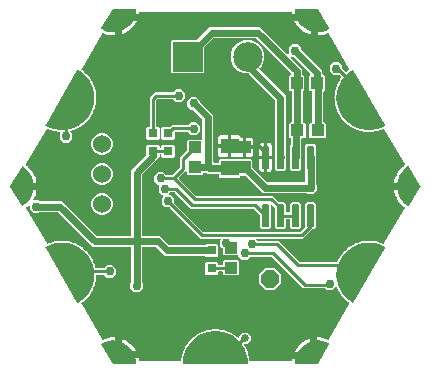
<source format=gbr>
G04 EAGLE Gerber RS-274X export*
G75*
%MOMM*%
%FSLAX34Y34*%
%LPD*%
%INTop Copper*%
%IPPOS*%
%AMOC8*
5,1,8,0,0,1.08239X$1,22.5*%
G01*
%ADD10C,1.000000*%
%ADD11R,1.500000X1.300000*%
%ADD12R,1.000000X1.100000*%
%ADD13R,2.500000X2.500000*%
%ADD14C,2.500000*%
%ADD15C,0.147500*%
%ADD16R,1.100000X1.000000*%
%ADD17R,0.800000X0.800000*%
%ADD18P,1.649562X8X112.500000*%
%ADD19C,1.524000*%
%ADD20C,0.355600*%
%ADD21C,0.756400*%
%ADD22C,0.609600*%
%ADD23C,0.254000*%
%ADD24C,0.656400*%

G36*
X-66810Y128D02*
X-66810Y128D01*
X-66782Y126D01*
X-66714Y148D01*
X-66643Y162D01*
X-66620Y178D01*
X-66593Y187D01*
X-66538Y234D01*
X-66479Y275D01*
X-66464Y299D01*
X-66443Y317D01*
X-66411Y382D01*
X-66372Y442D01*
X-66367Y470D01*
X-66355Y496D01*
X-66346Y597D01*
X-66339Y639D01*
X-66341Y649D01*
X-66340Y662D01*
X-66583Y3712D01*
X-66592Y3744D01*
X-66596Y3791D01*
X-67137Y5999D01*
X-64454Y5999D01*
X-64169Y4930D01*
X-63955Y3286D01*
X-63928Y3196D01*
X-63908Y3104D01*
X-63893Y3079D01*
X-63884Y3050D01*
X-63830Y2974D01*
X-63782Y2893D01*
X-63759Y2874D01*
X-63742Y2849D01*
X-63666Y2794D01*
X-63595Y2733D01*
X-63567Y2722D01*
X-63543Y2704D01*
X-63454Y2676D01*
X-63367Y2641D01*
X-63329Y2637D01*
X-63308Y2631D01*
X-63276Y2631D01*
X-63200Y2623D01*
X-28825Y2623D01*
X-28713Y2641D01*
X-28599Y2657D01*
X-28591Y2661D01*
X-28582Y2662D01*
X-28482Y2716D01*
X-28379Y2767D01*
X-28372Y2773D01*
X-28365Y2778D01*
X-28286Y2860D01*
X-28205Y2942D01*
X-28201Y2950D01*
X-28195Y2956D01*
X-28147Y3060D01*
X-28097Y3162D01*
X-28095Y3173D01*
X-28092Y3179D01*
X-28089Y3202D01*
X-28066Y3327D01*
X-28024Y3883D01*
X-28027Y3918D01*
X-28022Y3952D01*
X-28038Y4040D01*
X-28045Y4128D01*
X-28059Y4160D01*
X-28066Y4194D01*
X-28100Y4266D01*
X-27957Y4893D01*
X-27955Y4926D01*
X-27940Y5006D01*
X-27892Y5644D01*
X-27851Y5703D01*
X-27794Y5771D01*
X-27781Y5804D01*
X-27762Y5832D01*
X-27706Y5990D01*
X-27216Y8137D01*
X-27214Y8172D01*
X-27204Y8205D01*
X-27207Y8294D01*
X-27201Y8383D01*
X-27210Y8416D01*
X-27211Y8451D01*
X-27235Y8527D01*
X-27000Y9126D01*
X-26993Y9158D01*
X-26966Y9234D01*
X-26824Y9859D01*
X-26774Y9911D01*
X-26708Y9970D01*
X-26690Y10000D01*
X-26666Y10025D01*
X-26588Y10173D01*
X-25784Y12223D01*
X-25777Y12257D01*
X-25762Y12288D01*
X-25751Y12377D01*
X-25732Y12464D01*
X-25736Y12498D01*
X-25732Y12532D01*
X-25744Y12611D01*
X-25422Y13168D01*
X-25410Y13199D01*
X-25373Y13271D01*
X-25139Y13867D01*
X-25082Y13911D01*
X-25008Y13959D01*
X-24986Y13987D01*
X-24959Y14008D01*
X-24859Y14143D01*
X-23758Y16050D01*
X-23746Y16082D01*
X-23727Y16111D01*
X-23703Y16197D01*
X-23671Y16280D01*
X-23670Y16315D01*
X-23661Y16348D01*
X-23661Y16428D01*
X-23260Y16931D01*
X-23243Y16960D01*
X-23195Y17025D01*
X-22875Y17579D01*
X-22813Y17615D01*
X-22732Y17651D01*
X-22707Y17675D01*
X-22676Y17692D01*
X-22558Y17811D01*
X-21185Y19532D01*
X-21168Y19562D01*
X-21145Y19588D01*
X-21108Y19669D01*
X-21065Y19747D01*
X-21058Y19781D01*
X-21044Y19813D01*
X-21032Y19891D01*
X-20561Y20329D01*
X-20540Y20355D01*
X-20483Y20412D01*
X-20084Y20913D01*
X-20051Y20926D01*
X-20009Y20932D01*
X-19975Y20950D01*
X-19931Y20963D01*
X-19903Y20982D01*
X-19870Y20995D01*
X-19817Y21034D01*
X-19792Y21048D01*
X-19774Y21066D01*
X-19736Y21094D01*
X-18121Y22592D01*
X-18100Y22619D01*
X-18073Y22641D01*
X-18025Y22716D01*
X-17971Y22786D01*
X-17959Y22819D01*
X-17940Y22848D01*
X-17917Y22924D01*
X-17385Y23287D01*
X-17361Y23309D01*
X-17336Y23328D01*
X-17330Y23331D01*
X-17326Y23336D01*
X-17296Y23358D01*
X-16827Y23793D01*
X-16757Y23809D01*
X-16669Y23820D01*
X-16637Y23835D01*
X-16603Y23842D01*
X-16455Y23921D01*
X-14636Y25161D01*
X-14611Y25185D01*
X-14581Y25203D01*
X-14522Y25269D01*
X-14458Y25331D01*
X-14442Y25361D01*
X-14419Y25387D01*
X-14385Y25459D01*
X-13805Y25738D01*
X-13778Y25757D01*
X-13706Y25795D01*
X-13177Y26156D01*
X-13105Y26161D01*
X-13017Y26158D01*
X-12983Y26169D01*
X-12949Y26171D01*
X-12791Y26227D01*
X-10807Y27182D01*
X-10778Y27202D01*
X-10746Y27215D01*
X-10678Y27272D01*
X-10605Y27323D01*
X-10585Y27351D01*
X-10558Y27373D01*
X-10514Y27439D01*
X-9899Y27629D01*
X-9869Y27644D01*
X-9793Y27670D01*
X-9216Y27948D01*
X-9144Y27942D01*
X-9057Y27927D01*
X-9022Y27932D01*
X-8988Y27929D01*
X-8823Y27961D01*
X-6719Y28610D01*
X-6688Y28625D01*
X-6654Y28633D01*
X-6578Y28679D01*
X-6499Y28719D01*
X-6474Y28744D01*
X-6445Y28762D01*
X-6391Y28820D01*
X-5754Y28916D01*
X-5723Y28926D01*
X-5643Y28941D01*
X-5031Y29130D01*
X-4962Y29114D01*
X-4877Y29085D01*
X-4843Y29085D01*
X-4809Y29077D01*
X-4641Y29084D01*
X-2464Y29412D01*
X-2431Y29423D01*
X-2396Y29425D01*
X-2315Y29460D01*
X-2230Y29487D01*
X-2202Y29508D01*
X-2170Y29522D01*
X-2108Y29571D01*
X-1465Y29571D01*
X-1432Y29577D01*
X-1351Y29580D01*
X-718Y29675D01*
X-651Y29648D01*
X-572Y29608D01*
X-538Y29603D01*
X-506Y29590D01*
X-339Y29571D01*
X1863Y29571D01*
X1897Y29577D01*
X1932Y29574D01*
X2018Y29597D01*
X2106Y29611D01*
X2136Y29627D01*
X2170Y29636D01*
X2239Y29676D01*
X2875Y29580D01*
X2908Y29580D01*
X2989Y29571D01*
X3629Y29571D01*
X3691Y29535D01*
X3763Y29483D01*
X3796Y29473D01*
X3826Y29455D01*
X3988Y29412D01*
X6165Y29084D01*
X6200Y29084D01*
X6234Y29077D01*
X6322Y29086D01*
X6411Y29087D01*
X6444Y29098D01*
X6479Y29102D01*
X6552Y29131D01*
X7167Y28941D01*
X7200Y28937D01*
X7278Y28916D01*
X7912Y28821D01*
X7967Y28775D01*
X8031Y28713D01*
X8062Y28698D01*
X8089Y28676D01*
X8243Y28610D01*
X10347Y27961D01*
X10381Y27956D01*
X10414Y27943D01*
X10503Y27939D01*
X10591Y27927D01*
X10625Y27933D01*
X10659Y27932D01*
X10737Y27950D01*
X11317Y27670D01*
X11348Y27661D01*
X11423Y27629D01*
X12034Y27440D01*
X12083Y27387D01*
X12136Y27316D01*
X12165Y27297D01*
X12188Y27271D01*
X12331Y27182D01*
X14315Y26227D01*
X14348Y26217D01*
X14378Y26200D01*
X14465Y26182D01*
X14550Y26157D01*
X14585Y26158D01*
X14619Y26152D01*
X14698Y26158D01*
X15230Y25795D01*
X15260Y25781D01*
X15329Y25738D01*
X15906Y25460D01*
X15945Y25401D01*
X15988Y25323D01*
X16013Y25299D01*
X16033Y25270D01*
X16160Y25161D01*
X17979Y23921D01*
X18011Y23906D01*
X18038Y23885D01*
X18122Y23854D01*
X18202Y23817D01*
X18237Y23813D01*
X18269Y23801D01*
X18349Y23795D01*
X18820Y23358D01*
X18848Y23339D01*
X18909Y23287D01*
X19438Y22926D01*
X19449Y22904D01*
X19450Y22897D01*
X19459Y22881D01*
X19469Y22861D01*
X19499Y22778D01*
X19521Y22750D01*
X19536Y22719D01*
X19645Y22592D01*
X19724Y22520D01*
X19772Y22488D01*
X19813Y22448D01*
X19873Y22420D01*
X19928Y22384D01*
X19984Y22369D01*
X20036Y22345D01*
X20102Y22337D01*
X20166Y22320D01*
X20224Y22324D01*
X20281Y22317D01*
X20345Y22331D01*
X20412Y22336D01*
X20465Y22357D01*
X20521Y22370D01*
X20578Y22404D01*
X20639Y22429D01*
X20683Y22466D01*
X20732Y22496D01*
X20775Y22546D01*
X20825Y22589D01*
X20855Y22639D01*
X20892Y22683D01*
X20917Y22744D01*
X20951Y22801D01*
X20963Y22857D01*
X20984Y22911D01*
X20995Y23011D01*
X21002Y23042D01*
X21000Y23056D01*
X21003Y23078D01*
X21003Y24022D01*
X23818Y26838D01*
X27800Y26838D01*
X30616Y24022D01*
X30616Y20040D01*
X27800Y17224D01*
X25989Y17224D01*
X25899Y17210D01*
X25808Y17203D01*
X25778Y17190D01*
X25746Y17185D01*
X25665Y17142D01*
X25581Y17106D01*
X25549Y17081D01*
X25529Y17070D01*
X25506Y17046D01*
X25450Y17001D01*
X25409Y16960D01*
X25383Y16924D01*
X25351Y16895D01*
X25312Y16825D01*
X25265Y16760D01*
X25252Y16718D01*
X25231Y16680D01*
X25216Y16601D01*
X25193Y16525D01*
X25194Y16481D01*
X25186Y16438D01*
X25197Y16359D01*
X25199Y16279D01*
X25214Y16238D01*
X25220Y16194D01*
X25279Y16061D01*
X25284Y16048D01*
X25286Y16045D01*
X25288Y16041D01*
X26383Y14143D01*
X26405Y14116D01*
X26420Y14085D01*
X26483Y14021D01*
X26539Y13953D01*
X26568Y13934D01*
X26593Y13910D01*
X26662Y13870D01*
X26897Y13271D01*
X26913Y13243D01*
X26946Y13168D01*
X27266Y12614D01*
X27266Y12542D01*
X27257Y12454D01*
X27264Y12420D01*
X27264Y12385D01*
X27308Y12223D01*
X28112Y10174D01*
X28130Y10144D01*
X28140Y10111D01*
X28192Y10039D01*
X28238Y9962D01*
X28264Y9939D01*
X28285Y9911D01*
X28347Y9862D01*
X28490Y9234D01*
X28502Y9204D01*
X28524Y9126D01*
X28757Y8530D01*
X28746Y8459D01*
X28724Y8373D01*
X28727Y8338D01*
X28721Y8304D01*
X28740Y8137D01*
X29230Y5990D01*
X29243Y5958D01*
X29249Y5924D01*
X29290Y5845D01*
X29323Y5763D01*
X29346Y5736D01*
X29362Y5706D01*
X29416Y5648D01*
X29464Y5006D01*
X29472Y4974D01*
X29481Y4893D01*
X29623Y4269D01*
X29602Y4200D01*
X29567Y4118D01*
X29565Y4084D01*
X29554Y4051D01*
X29548Y3883D01*
X29590Y3327D01*
X29617Y3216D01*
X29641Y3104D01*
X29645Y3097D01*
X29647Y3088D01*
X29708Y2991D01*
X29767Y2893D01*
X29774Y2887D01*
X29778Y2880D01*
X29867Y2808D01*
X29954Y2733D01*
X29962Y2730D01*
X29969Y2724D01*
X30076Y2684D01*
X30182Y2641D01*
X30193Y2640D01*
X30199Y2638D01*
X30222Y2637D01*
X30349Y2623D01*
X64724Y2623D01*
X64817Y2638D01*
X64910Y2646D01*
X64937Y2658D01*
X64967Y2662D01*
X65050Y2706D01*
X65136Y2744D01*
X65158Y2764D01*
X65184Y2778D01*
X65249Y2845D01*
X65318Y2908D01*
X65333Y2934D01*
X65354Y2956D01*
X65393Y3041D01*
X65439Y3123D01*
X65448Y3159D01*
X65457Y3179D01*
X65461Y3212D01*
X65479Y3286D01*
X65693Y4931D01*
X65978Y5999D01*
X68661Y5999D01*
X68120Y3791D01*
X68118Y3757D01*
X68107Y3712D01*
X67864Y662D01*
X67868Y633D01*
X67863Y605D01*
X67880Y536D01*
X67888Y464D01*
X67903Y440D01*
X67909Y412D01*
X67952Y354D01*
X67988Y292D01*
X68010Y275D01*
X68027Y252D01*
X68089Y215D01*
X68146Y172D01*
X68174Y165D01*
X68198Y150D01*
X68298Y134D01*
X68339Y123D01*
X68349Y125D01*
X68362Y123D01*
X87362Y123D01*
X87438Y138D01*
X87516Y147D01*
X87535Y158D01*
X87557Y162D01*
X87621Y206D01*
X87689Y245D01*
X87705Y264D01*
X87721Y275D01*
X87745Y313D01*
X87795Y373D01*
X97295Y16873D01*
X97304Y16900D01*
X97320Y16924D01*
X97335Y16994D01*
X97358Y17062D01*
X97355Y17090D01*
X97361Y17118D01*
X97348Y17189D01*
X97342Y17260D01*
X97329Y17285D01*
X97323Y17313D01*
X97283Y17373D01*
X97250Y17436D01*
X97228Y17454D01*
X97212Y17478D01*
X97129Y17536D01*
X97097Y17563D01*
X97086Y17566D01*
X97076Y17573D01*
X94310Y18882D01*
X94277Y18890D01*
X94234Y18910D01*
X91294Y19758D01*
X91260Y19761D01*
X91216Y19774D01*
X88178Y20139D01*
X88144Y20136D01*
X88097Y20142D01*
X85040Y20015D01*
X85007Y20007D01*
X84960Y20006D01*
X84885Y19990D01*
X84885Y22562D01*
X85903Y22697D01*
X88794Y22700D01*
X91661Y22326D01*
X94454Y21582D01*
X96017Y20937D01*
X96082Y20921D01*
X96107Y20911D01*
X96127Y20909D01*
X96196Y20887D01*
X96226Y20888D01*
X96256Y20881D01*
X96349Y20889D01*
X96442Y20891D01*
X96470Y20901D01*
X96501Y20904D01*
X96586Y20942D01*
X96673Y20973D01*
X96698Y20992D01*
X96726Y21004D01*
X96769Y21044D01*
X96775Y21048D01*
X96794Y21067D01*
X96867Y21124D01*
X96890Y21156D01*
X96907Y21171D01*
X96922Y21199D01*
X96932Y21212D01*
X96945Y21226D01*
X96950Y21237D01*
X96967Y21260D01*
X114129Y50986D01*
X114169Y51093D01*
X114177Y51112D01*
X114189Y51138D01*
X114189Y51143D01*
X114212Y51199D01*
X114213Y51208D01*
X114216Y51216D01*
X114220Y51330D01*
X114227Y51445D01*
X114224Y51453D01*
X114225Y51462D01*
X114192Y51572D01*
X114162Y51682D01*
X114157Y51689D01*
X114155Y51698D01*
X114089Y51792D01*
X114025Y51887D01*
X114017Y51893D01*
X114013Y51899D01*
X113995Y51913D01*
X113898Y51996D01*
X113443Y52306D01*
X113411Y52321D01*
X113384Y52342D01*
X113300Y52372D01*
X113220Y52410D01*
X113185Y52414D01*
X113153Y52425D01*
X113074Y52431D01*
X112602Y52869D01*
X112574Y52887D01*
X112513Y52940D01*
X111983Y53300D01*
X111953Y53365D01*
X111922Y53449D01*
X111901Y53476D01*
X111886Y53507D01*
X111776Y53634D01*
X110160Y55133D01*
X110131Y55152D01*
X110107Y55177D01*
X110029Y55220D01*
X109955Y55269D01*
X109922Y55278D01*
X109891Y55294D01*
X109814Y55312D01*
X109412Y55815D01*
X109388Y55837D01*
X109335Y55898D01*
X108865Y56334D01*
X108845Y56402D01*
X108827Y56489D01*
X108810Y56519D01*
X108800Y56553D01*
X108710Y56694D01*
X107335Y58417D01*
X107310Y58441D01*
X107290Y58469D01*
X107219Y58523D01*
X107153Y58582D01*
X107121Y58596D01*
X107093Y58617D01*
X107019Y58646D01*
X106697Y59203D01*
X106676Y59229D01*
X106633Y59297D01*
X106234Y59798D01*
X106224Y59868D01*
X106219Y59957D01*
X106207Y59990D01*
X106202Y60024D01*
X106134Y60178D01*
X105032Y62086D01*
X105010Y62113D01*
X104994Y62144D01*
X104932Y62207D01*
X104876Y62276D01*
X104846Y62295D01*
X104822Y62320D01*
X104753Y62359D01*
X104518Y62958D01*
X104501Y62987D01*
X104469Y63061D01*
X104148Y63615D01*
X104149Y63687D01*
X104158Y63775D01*
X104150Y63809D01*
X104150Y63844D01*
X104106Y64006D01*
X103594Y65310D01*
X103567Y65356D01*
X103549Y65406D01*
X103504Y65461D01*
X103468Y65522D01*
X103428Y65556D01*
X103395Y65598D01*
X103335Y65636D01*
X103282Y65682D01*
X103232Y65702D01*
X103188Y65731D01*
X103119Y65748D01*
X103054Y65775D01*
X103001Y65778D01*
X102950Y65791D01*
X102879Y65785D01*
X102808Y65789D01*
X102757Y65776D01*
X102704Y65772D01*
X102639Y65744D01*
X102571Y65725D01*
X102527Y65696D01*
X102478Y65675D01*
X102390Y65605D01*
X102366Y65589D01*
X102360Y65580D01*
X102347Y65570D01*
X99692Y62915D01*
X95295Y62915D01*
X93918Y64292D01*
X93844Y64345D01*
X93775Y64405D01*
X93745Y64417D01*
X93718Y64436D01*
X93631Y64463D01*
X93547Y64497D01*
X93506Y64501D01*
X93483Y64508D01*
X93451Y64507D01*
X93380Y64515D01*
X75042Y64515D01*
X48595Y90962D01*
X48521Y91015D01*
X48452Y91075D01*
X48422Y91087D01*
X48396Y91106D01*
X48309Y91133D01*
X48224Y91167D01*
X48183Y91171D01*
X48161Y91178D01*
X48128Y91177D01*
X48057Y91185D01*
X30425Y91185D01*
X30335Y91171D01*
X30244Y91163D01*
X30215Y91151D01*
X30183Y91146D01*
X30102Y91103D01*
X30018Y91067D01*
X29986Y91041D01*
X29965Y91030D01*
X29943Y91007D01*
X29887Y90962D01*
X27598Y88673D01*
X23202Y88673D01*
X19953Y91922D01*
X19879Y91975D01*
X19809Y92035D01*
X19779Y92047D01*
X19753Y92066D01*
X19666Y92093D01*
X19581Y92127D01*
X19540Y92131D01*
X19518Y92138D01*
X19486Y92137D01*
X19415Y92145D01*
X7838Y92145D01*
X6945Y93038D01*
X6945Y97875D01*
X6931Y97965D01*
X6923Y98056D01*
X6911Y98085D01*
X6906Y98117D01*
X6863Y98198D01*
X6827Y98282D01*
X6801Y98314D01*
X6790Y98335D01*
X6767Y98357D01*
X6722Y98413D01*
X4735Y100400D01*
X4735Y104796D01*
X5065Y105126D01*
X5107Y105184D01*
X5156Y105236D01*
X5178Y105283D01*
X5208Y105325D01*
X5230Y105394D01*
X5260Y105459D01*
X5265Y105511D01*
X5281Y105561D01*
X5279Y105632D01*
X5287Y105703D01*
X5276Y105754D01*
X5274Y105806D01*
X5250Y105874D01*
X5235Y105944D01*
X5208Y105989D01*
X5190Y106037D01*
X5145Y106093D01*
X5108Y106155D01*
X5069Y106189D01*
X5036Y106229D01*
X4976Y106268D01*
X4921Y106315D01*
X4873Y106334D01*
X4829Y106362D01*
X4760Y106380D01*
X4693Y106407D01*
X4622Y106415D01*
X4591Y106423D01*
X4568Y106421D01*
X4527Y106425D01*
X-11728Y106425D01*
X-37998Y132695D01*
X-38072Y132748D01*
X-38141Y132808D01*
X-38171Y132820D01*
X-38197Y132839D01*
X-38284Y132866D01*
X-38369Y132900D01*
X-38410Y132904D01*
X-38432Y132911D01*
X-38465Y132910D01*
X-38536Y132918D01*
X-41773Y132918D01*
X-44882Y136027D01*
X-44882Y140423D01*
X-43526Y141779D01*
X-43484Y141837D01*
X-43435Y141889D01*
X-43413Y141936D01*
X-43383Y141979D01*
X-43361Y142047D01*
X-43331Y142112D01*
X-43325Y142164D01*
X-43310Y142214D01*
X-43312Y142285D01*
X-43304Y142357D01*
X-43315Y142407D01*
X-43317Y142459D01*
X-43341Y142527D01*
X-43356Y142597D01*
X-43383Y142642D01*
X-43401Y142691D01*
X-43446Y142747D01*
X-43483Y142808D01*
X-43522Y142842D01*
X-43555Y142883D01*
X-43615Y142921D01*
X-43669Y142968D01*
X-43718Y142987D01*
X-43762Y143016D01*
X-43831Y143033D01*
X-43898Y143060D01*
X-43969Y143068D01*
X-44000Y143076D01*
X-44023Y143074D01*
X-44064Y143078D01*
X-44313Y143078D01*
X-47422Y146187D01*
X-47422Y150583D01*
X-47131Y150874D01*
X-47089Y150932D01*
X-47040Y150984D01*
X-47018Y151031D01*
X-46988Y151073D01*
X-46966Y151142D01*
X-46936Y151207D01*
X-46931Y151259D01*
X-46915Y151309D01*
X-46917Y151380D01*
X-46909Y151451D01*
X-46920Y151502D01*
X-46922Y151554D01*
X-46946Y151622D01*
X-46961Y151692D01*
X-46988Y151737D01*
X-47006Y151785D01*
X-47051Y151841D01*
X-47088Y151903D01*
X-47127Y151937D01*
X-47160Y151977D01*
X-47220Y152016D01*
X-47275Y152063D01*
X-47323Y152082D01*
X-47367Y152110D01*
X-47436Y152128D01*
X-47503Y152155D01*
X-47574Y152163D01*
X-47605Y152171D01*
X-47628Y152169D01*
X-47669Y152173D01*
X-47918Y152173D01*
X-51027Y155282D01*
X-51027Y159678D01*
X-47918Y162787D01*
X-43522Y162787D01*
X-41233Y160498D01*
X-41159Y160445D01*
X-41089Y160385D01*
X-41059Y160373D01*
X-41033Y160354D01*
X-40946Y160327D01*
X-40861Y160293D01*
X-40820Y160289D01*
X-40798Y160282D01*
X-40766Y160283D01*
X-40695Y160275D01*
X-35982Y160275D01*
X-35892Y160289D01*
X-35801Y160297D01*
X-35771Y160309D01*
X-35739Y160314D01*
X-35658Y160357D01*
X-35574Y160393D01*
X-35542Y160419D01*
X-35522Y160430D01*
X-35499Y160453D01*
X-35443Y160498D01*
X-29784Y166157D01*
X-29731Y166231D01*
X-29671Y166301D01*
X-29659Y166331D01*
X-29640Y166357D01*
X-29613Y166444D01*
X-29579Y166529D01*
X-29575Y166570D01*
X-29568Y166592D01*
X-29569Y166624D01*
X-29561Y166696D01*
X-29561Y174662D01*
X-23758Y180465D01*
X-23705Y180539D01*
X-23645Y180608D01*
X-23633Y180638D01*
X-23614Y180664D01*
X-23587Y180751D01*
X-23553Y180836D01*
X-23549Y180877D01*
X-23542Y180899D01*
X-23543Y180932D01*
X-23535Y181003D01*
X-23535Y189392D01*
X-22642Y190285D01*
X-11096Y190285D01*
X-11076Y190288D01*
X-11057Y190286D01*
X-10955Y190308D01*
X-10853Y190324D01*
X-10836Y190334D01*
X-10816Y190338D01*
X-10727Y190391D01*
X-10636Y190440D01*
X-10622Y190454D01*
X-10605Y190464D01*
X-10538Y190543D01*
X-10466Y190618D01*
X-10458Y190636D01*
X-10445Y190651D01*
X-10406Y190747D01*
X-10363Y190841D01*
X-10361Y190861D01*
X-10353Y190879D01*
X-10335Y191046D01*
X-10335Y206753D01*
X-10349Y206843D01*
X-10357Y206934D01*
X-10369Y206963D01*
X-10374Y206995D01*
X-10417Y207076D01*
X-10453Y207160D01*
X-10479Y207192D01*
X-10490Y207213D01*
X-10513Y207235D01*
X-10558Y207291D01*
X-18717Y215450D01*
X-18791Y215503D01*
X-18861Y215563D01*
X-18891Y215575D01*
X-18917Y215594D01*
X-19004Y215621D01*
X-19089Y215655D01*
X-19130Y215659D01*
X-19152Y215666D01*
X-19184Y215665D01*
X-19255Y215673D01*
X-19978Y215673D01*
X-23087Y218782D01*
X-23087Y223178D01*
X-19978Y226287D01*
X-15582Y226287D01*
X-12473Y223178D01*
X-12473Y222455D01*
X-12459Y222365D01*
X-12451Y222274D01*
X-12439Y222245D01*
X-12434Y222213D01*
X-12391Y222132D01*
X-12355Y222048D01*
X-12329Y222016D01*
X-12318Y221995D01*
X-12295Y221973D01*
X-12250Y221917D01*
X-1189Y210856D01*
X-1189Y178576D01*
X-1175Y178486D01*
X-1167Y178395D01*
X-1155Y178365D01*
X-1150Y178333D01*
X-1107Y178252D01*
X-1071Y178168D01*
X-1045Y178136D01*
X-1034Y178115D01*
X-1011Y178093D01*
X-966Y178037D01*
X-897Y177968D01*
X-897Y171094D01*
X-894Y171074D01*
X-896Y171055D01*
X-874Y170953D01*
X-858Y170851D01*
X-848Y170834D01*
X-844Y170814D01*
X-791Y170725D01*
X-742Y170634D01*
X-728Y170620D01*
X-718Y170603D01*
X-639Y170536D01*
X-564Y170464D01*
X-546Y170456D01*
X-531Y170443D01*
X-435Y170404D01*
X-341Y170361D01*
X-321Y170359D01*
X-303Y170351D01*
X-136Y170333D01*
X2914Y170333D01*
X2934Y170336D01*
X2953Y170334D01*
X3055Y170356D01*
X3157Y170372D01*
X3174Y170382D01*
X3194Y170386D01*
X3283Y170439D01*
X3374Y170488D01*
X3388Y170502D01*
X3405Y170512D01*
X3472Y170591D01*
X3544Y170666D01*
X3552Y170684D01*
X3565Y170699D01*
X3604Y170795D01*
X3647Y170889D01*
X3649Y170909D01*
X3657Y170927D01*
X3675Y171094D01*
X3675Y172892D01*
X4568Y173785D01*
X31032Y173785D01*
X31925Y172892D01*
X31925Y167017D01*
X31939Y166927D01*
X31947Y166836D01*
X31959Y166807D01*
X31964Y166775D01*
X32007Y166694D01*
X32043Y166610D01*
X32069Y166578D01*
X32080Y166557D01*
X32103Y166535D01*
X32148Y166479D01*
X44357Y154270D01*
X44431Y154217D01*
X44501Y154157D01*
X44531Y154145D01*
X44557Y154126D01*
X44644Y154099D01*
X44729Y154065D01*
X44770Y154061D01*
X44792Y154054D01*
X44824Y154055D01*
X44895Y154047D01*
X75946Y154047D01*
X75966Y154050D01*
X75985Y154048D01*
X76087Y154070D01*
X76189Y154086D01*
X76206Y154096D01*
X76226Y154100D01*
X76315Y154153D01*
X76406Y154202D01*
X76420Y154216D01*
X76437Y154226D01*
X76504Y154305D01*
X76576Y154380D01*
X76584Y154398D01*
X76597Y154413D01*
X76636Y154509D01*
X76679Y154603D01*
X76681Y154623D01*
X76689Y154641D01*
X76707Y154808D01*
X76707Y177188D01*
X76726Y177214D01*
X76753Y177301D01*
X76787Y177386D01*
X76791Y177427D01*
X76798Y177449D01*
X76797Y177481D01*
X76805Y177552D01*
X76805Y185295D01*
X78130Y186620D01*
X84430Y186620D01*
X85755Y185295D01*
X85755Y177552D01*
X85769Y177462D01*
X85777Y177371D01*
X85789Y177342D01*
X85794Y177310D01*
X85837Y177229D01*
X85853Y177192D01*
X85853Y152721D01*
X85867Y152631D01*
X85875Y152540D01*
X85887Y152511D01*
X85892Y152479D01*
X85935Y152398D01*
X85971Y152314D01*
X85997Y152282D01*
X86008Y152261D01*
X86031Y152239D01*
X86076Y152183D01*
X86587Y151672D01*
X86587Y147276D01*
X83478Y144167D01*
X79082Y144167D01*
X78571Y144678D01*
X78497Y144731D01*
X78427Y144791D01*
X78397Y144803D01*
X78371Y144822D01*
X78284Y144849D01*
X78199Y144883D01*
X78158Y144887D01*
X78136Y144894D01*
X78104Y144893D01*
X78033Y144901D01*
X40792Y144901D01*
X26181Y159512D01*
X26107Y159565D01*
X26037Y159625D01*
X26007Y159637D01*
X25981Y159656D01*
X25894Y159683D01*
X25809Y159717D01*
X25768Y159721D01*
X25746Y159728D01*
X25714Y159727D01*
X25643Y159735D01*
X22486Y159735D01*
X22466Y159732D01*
X22447Y159734D01*
X22345Y159712D01*
X22243Y159696D01*
X22226Y159686D01*
X22206Y159682D01*
X22117Y159629D01*
X22026Y159580D01*
X22012Y159566D01*
X21995Y159556D01*
X21928Y159477D01*
X21856Y159402D01*
X21848Y159384D01*
X21835Y159369D01*
X21796Y159273D01*
X21753Y159179D01*
X21751Y159159D01*
X21743Y159141D01*
X21725Y158974D01*
X21725Y158628D01*
X20832Y157735D01*
X4568Y157735D01*
X3675Y158628D01*
X3675Y160426D01*
X3672Y160446D01*
X3674Y160465D01*
X3652Y160567D01*
X3636Y160669D01*
X3626Y160686D01*
X3622Y160706D01*
X3569Y160795D01*
X3520Y160886D01*
X3506Y160900D01*
X3496Y160917D01*
X3417Y160984D01*
X3342Y161056D01*
X3324Y161064D01*
X3309Y161077D01*
X3213Y161116D01*
X3119Y161159D01*
X3099Y161161D01*
X3081Y161169D01*
X2914Y161187D01*
X-6364Y161187D01*
X-6652Y161475D01*
X-6726Y161528D01*
X-6796Y161588D01*
X-6826Y161600D01*
X-6852Y161619D01*
X-6939Y161646D01*
X-7024Y161680D01*
X-7065Y161684D01*
X-7087Y161691D01*
X-7119Y161690D01*
X-7190Y161698D01*
X-7913Y161698D01*
X-8179Y161964D01*
X-8253Y162017D01*
X-8281Y162041D01*
X-8296Y162056D01*
X-8300Y162057D01*
X-8323Y162077D01*
X-8353Y162089D01*
X-8379Y162108D01*
X-8466Y162135D01*
X-8468Y162136D01*
X-8519Y162159D01*
X-8530Y162160D01*
X-8551Y162169D01*
X-8592Y162173D01*
X-8614Y162180D01*
X-8646Y162179D01*
X-8717Y162187D01*
X-8724Y162187D01*
X-8744Y162184D01*
X-8763Y162186D01*
X-8815Y162175D01*
X-8860Y162174D01*
X-8904Y162158D01*
X-8967Y162148D01*
X-8984Y162138D01*
X-9004Y162134D01*
X-9059Y162101D01*
X-9091Y162089D01*
X-9119Y162067D01*
X-9184Y162032D01*
X-9198Y162018D01*
X-9215Y162008D01*
X-9263Y161952D01*
X-9283Y161936D01*
X-9297Y161913D01*
X-9354Y161854D01*
X-9362Y161836D01*
X-9375Y161821D01*
X-9405Y161745D01*
X-9416Y161729D01*
X-9421Y161709D01*
X-9457Y161631D01*
X-9459Y161611D01*
X-9467Y161593D01*
X-9485Y161426D01*
X-9485Y161128D01*
X-10378Y160235D01*
X-22642Y160235D01*
X-23535Y161128D01*
X-23535Y162664D01*
X-23546Y162734D01*
X-23548Y162806D01*
X-23566Y162855D01*
X-23574Y162907D01*
X-23608Y162970D01*
X-23633Y163037D01*
X-23665Y163078D01*
X-23690Y163124D01*
X-23742Y163173D01*
X-23786Y163229D01*
X-23830Y163257D01*
X-23868Y163293D01*
X-23933Y163323D01*
X-23993Y163362D01*
X-24044Y163375D01*
X-24091Y163397D01*
X-24162Y163405D01*
X-24232Y163422D01*
X-24284Y163418D01*
X-24335Y163424D01*
X-24406Y163409D01*
X-24477Y163403D01*
X-24525Y163383D01*
X-24576Y163372D01*
X-24637Y163335D01*
X-24703Y163307D01*
X-24759Y163262D01*
X-24787Y163246D01*
X-24802Y163228D01*
X-24834Y163202D01*
X-29909Y158128D01*
X-29920Y158111D01*
X-29936Y158099D01*
X-29992Y158012D01*
X-30052Y157928D01*
X-30058Y157909D01*
X-30069Y157892D01*
X-30094Y157791D01*
X-30125Y157693D01*
X-30124Y157673D01*
X-30129Y157654D01*
X-30121Y157551D01*
X-30118Y157447D01*
X-30111Y157428D01*
X-30110Y157408D01*
X-30069Y157313D01*
X-30034Y157216D01*
X-30021Y157200D01*
X-30014Y157182D01*
X-29909Y157051D01*
X-15534Y142677D01*
X-15460Y142624D01*
X-15391Y142564D01*
X-15361Y142552D01*
X-15335Y142533D01*
X-15248Y142506D01*
X-15163Y142472D01*
X-15122Y142468D01*
X-15100Y142461D01*
X-15067Y142462D01*
X-14996Y142454D01*
X49283Y142454D01*
X54394Y137343D01*
X54468Y137290D01*
X54537Y137230D01*
X54568Y137218D01*
X54594Y137199D01*
X54681Y137172D01*
X54766Y137138D01*
X54806Y137134D01*
X54829Y137127D01*
X54861Y137128D01*
X54932Y137120D01*
X59030Y137120D01*
X60355Y135795D01*
X60355Y129301D01*
X60358Y129281D01*
X60356Y129262D01*
X60378Y129160D01*
X60394Y129058D01*
X60404Y129041D01*
X60408Y129021D01*
X60461Y128932D01*
X60510Y128841D01*
X60524Y128827D01*
X60534Y128810D01*
X60613Y128743D01*
X60688Y128671D01*
X60706Y128663D01*
X60721Y128650D01*
X60817Y128611D01*
X60911Y128568D01*
X60931Y128566D01*
X60949Y128558D01*
X61116Y128540D01*
X63344Y128540D01*
X63364Y128543D01*
X63383Y128541D01*
X63485Y128563D01*
X63587Y128579D01*
X63604Y128589D01*
X63624Y128593D01*
X63713Y128646D01*
X63804Y128695D01*
X63818Y128709D01*
X63835Y128719D01*
X63902Y128798D01*
X63974Y128873D01*
X63982Y128891D01*
X63995Y128906D01*
X64034Y129002D01*
X64077Y129096D01*
X64079Y129116D01*
X64087Y129134D01*
X64105Y129301D01*
X64105Y135795D01*
X65430Y137120D01*
X71730Y137120D01*
X73055Y135795D01*
X73055Y115695D01*
X71730Y114370D01*
X65430Y114370D01*
X64105Y115695D01*
X64105Y122189D01*
X64102Y122209D01*
X64104Y122228D01*
X64082Y122330D01*
X64066Y122432D01*
X64056Y122449D01*
X64052Y122469D01*
X63999Y122558D01*
X63950Y122649D01*
X63936Y122663D01*
X63926Y122680D01*
X63847Y122747D01*
X63772Y122819D01*
X63754Y122827D01*
X63739Y122840D01*
X63643Y122879D01*
X63549Y122922D01*
X63529Y122924D01*
X63511Y122932D01*
X63344Y122950D01*
X61116Y122950D01*
X61096Y122947D01*
X61077Y122949D01*
X60975Y122927D01*
X60873Y122911D01*
X60856Y122901D01*
X60836Y122897D01*
X60747Y122844D01*
X60656Y122795D01*
X60642Y122781D01*
X60625Y122771D01*
X60558Y122692D01*
X60486Y122617D01*
X60478Y122599D01*
X60465Y122584D01*
X60426Y122488D01*
X60383Y122394D01*
X60381Y122374D01*
X60373Y122356D01*
X60355Y122189D01*
X60355Y115695D01*
X59030Y114370D01*
X52730Y114370D01*
X51405Y115695D01*
X51405Y132111D01*
X51391Y132201D01*
X51383Y132292D01*
X51371Y132322D01*
X51366Y132354D01*
X51323Y132435D01*
X51287Y132519D01*
X51261Y132551D01*
X51250Y132571D01*
X51227Y132594D01*
X51182Y132650D01*
X48954Y134878D01*
X48896Y134920D01*
X48844Y134969D01*
X48797Y134991D01*
X48755Y135021D01*
X48686Y135042D01*
X48621Y135073D01*
X48569Y135078D01*
X48519Y135094D01*
X48448Y135092D01*
X48377Y135100D01*
X48326Y135089D01*
X48274Y135087D01*
X48206Y135063D01*
X48136Y135047D01*
X48091Y135021D01*
X48043Y135003D01*
X47987Y134958D01*
X47925Y134921D01*
X47891Y134882D01*
X47851Y134849D01*
X47812Y134789D01*
X47765Y134734D01*
X47746Y134686D01*
X47718Y134642D01*
X47700Y134573D01*
X47673Y134506D01*
X47665Y134435D01*
X47657Y134404D01*
X47659Y134380D01*
X47655Y134339D01*
X47655Y115695D01*
X46330Y114370D01*
X40030Y114370D01*
X38705Y115695D01*
X38705Y125952D01*
X38702Y125969D01*
X38704Y125985D01*
X38690Y126051D01*
X38683Y126133D01*
X38671Y126163D01*
X38666Y126195D01*
X38654Y126217D01*
X38652Y126225D01*
X38630Y126261D01*
X38623Y126276D01*
X38587Y126359D01*
X38561Y126392D01*
X38550Y126412D01*
X38527Y126434D01*
X38526Y126436D01*
X38525Y126437D01*
X38482Y126490D01*
X33355Y131617D01*
X33281Y131670D01*
X33212Y131730D01*
X33182Y131742D01*
X33156Y131761D01*
X33069Y131788D01*
X32984Y131822D01*
X32943Y131826D01*
X32921Y131833D01*
X32888Y131832D01*
X32817Y131840D01*
X-20223Y131840D01*
X-33750Y145367D01*
X-33824Y145420D01*
X-33893Y145480D01*
X-33923Y145492D01*
X-33949Y145511D01*
X-34036Y145538D01*
X-34121Y145572D01*
X-34162Y145576D01*
X-34185Y145583D01*
X-34217Y145582D01*
X-34288Y145590D01*
X-37089Y145590D01*
X-37179Y145576D01*
X-37270Y145569D01*
X-37300Y145556D01*
X-37332Y145551D01*
X-37413Y145508D01*
X-37497Y145472D01*
X-37529Y145446D01*
X-37550Y145436D01*
X-37572Y145412D01*
X-37628Y145367D01*
X-38164Y144831D01*
X-38206Y144773D01*
X-38255Y144721D01*
X-38277Y144674D01*
X-38307Y144632D01*
X-38328Y144563D01*
X-38359Y144498D01*
X-38364Y144446D01*
X-38380Y144397D01*
X-38378Y144325D01*
X-38386Y144254D01*
X-38375Y144203D01*
X-38373Y144151D01*
X-38349Y144083D01*
X-38334Y144013D01*
X-38307Y143969D01*
X-38289Y143920D01*
X-38244Y143864D01*
X-38207Y143802D01*
X-38168Y143768D01*
X-38135Y143728D01*
X-38075Y143689D01*
X-38020Y143642D01*
X-37972Y143623D01*
X-37928Y143595D01*
X-37859Y143577D01*
X-37792Y143550D01*
X-37721Y143542D01*
X-37690Y143535D01*
X-37666Y143536D01*
X-37626Y143532D01*
X-37377Y143532D01*
X-34268Y140423D01*
X-34268Y137186D01*
X-34253Y137096D01*
X-34246Y137005D01*
X-34234Y136975D01*
X-34228Y136943D01*
X-34186Y136863D01*
X-34150Y136779D01*
X-34124Y136747D01*
X-34113Y136726D01*
X-34090Y136704D01*
X-34045Y136648D01*
X-9635Y112238D01*
X-9561Y112185D01*
X-9492Y112125D01*
X-9462Y112113D01*
X-9435Y112094D01*
X-9349Y112067D01*
X-9264Y112033D01*
X-9223Y112029D01*
X-9200Y112022D01*
X-9168Y112023D01*
X-9097Y112015D01*
X72187Y112015D01*
X72277Y112029D01*
X72368Y112037D01*
X72398Y112049D01*
X72430Y112054D01*
X72511Y112097D01*
X72594Y112133D01*
X72627Y112159D01*
X72647Y112170D01*
X72669Y112193D01*
X72725Y112238D01*
X76582Y116095D01*
X76635Y116169D01*
X76695Y116238D01*
X76707Y116268D01*
X76726Y116294D01*
X76753Y116381D01*
X76787Y116466D01*
X76791Y116507D01*
X76798Y116529D01*
X76797Y116562D01*
X76805Y116633D01*
X76805Y135795D01*
X78130Y137120D01*
X84430Y137120D01*
X85755Y135795D01*
X85755Y115695D01*
X84430Y114370D01*
X83078Y114370D01*
X82988Y114356D01*
X82897Y114348D01*
X82867Y114336D01*
X82835Y114331D01*
X82755Y114288D01*
X82671Y114252D01*
X82638Y114226D01*
X82618Y114215D01*
X82596Y114192D01*
X82540Y114147D01*
X82215Y113822D01*
X76678Y108285D01*
X74818Y106425D01*
X36139Y106425D01*
X36069Y106414D01*
X35997Y106412D01*
X35948Y106394D01*
X35897Y106386D01*
X35833Y106352D01*
X35766Y106327D01*
X35725Y106295D01*
X35679Y106270D01*
X35630Y106218D01*
X35574Y106174D01*
X35546Y106130D01*
X35510Y106092D01*
X35480Y106027D01*
X35441Y105967D01*
X35428Y105916D01*
X35406Y105869D01*
X35398Y105798D01*
X35381Y105728D01*
X35385Y105676D01*
X35379Y105625D01*
X35394Y105554D01*
X35400Y105483D01*
X35420Y105435D01*
X35431Y105384D01*
X35468Y105323D01*
X35496Y105257D01*
X35541Y105201D01*
X35558Y105173D01*
X35575Y105158D01*
X35601Y105126D01*
X36109Y104618D01*
X36183Y104564D01*
X36253Y104505D01*
X36283Y104493D01*
X36309Y104474D01*
X36396Y104447D01*
X36481Y104413D01*
X36522Y104409D01*
X36544Y104402D01*
X36576Y104403D01*
X36647Y104395D01*
X54370Y104395D01*
X71673Y87092D01*
X71747Y87039D01*
X71816Y86979D01*
X71846Y86967D01*
X71872Y86948D01*
X71959Y86921D01*
X72044Y86887D01*
X72085Y86883D01*
X72107Y86876D01*
X72140Y86877D01*
X72211Y86869D01*
X103355Y86869D01*
X103472Y86888D01*
X103590Y86906D01*
X103594Y86908D01*
X103598Y86908D01*
X103701Y86963D01*
X103809Y87019D01*
X103812Y87022D01*
X103815Y87024D01*
X103896Y87109D01*
X103980Y87195D01*
X103982Y87199D01*
X103985Y87202D01*
X104035Y87309D01*
X104086Y87417D01*
X104087Y87421D01*
X104088Y87425D01*
X104101Y87542D01*
X104101Y87544D01*
X104460Y88167D01*
X104472Y88197D01*
X104510Y88269D01*
X104744Y88865D01*
X104800Y88909D01*
X104875Y88958D01*
X104896Y88985D01*
X104924Y89006D01*
X105023Y89141D01*
X106124Y91051D01*
X106137Y91083D01*
X106156Y91112D01*
X106180Y91198D01*
X106211Y91281D01*
X106213Y91315D01*
X106222Y91349D01*
X106222Y91428D01*
X106623Y91932D01*
X106639Y91960D01*
X106687Y92026D01*
X107007Y92580D01*
X107069Y92616D01*
X107150Y92652D01*
X107176Y92676D01*
X107206Y92693D01*
X107324Y92812D01*
X108698Y94535D01*
X108715Y94566D01*
X108738Y94591D01*
X108775Y94673D01*
X108818Y94750D01*
X108825Y94784D01*
X108839Y94816D01*
X108850Y94894D01*
X109322Y95332D01*
X109342Y95358D01*
X109399Y95416D01*
X109799Y95917D01*
X109865Y95942D01*
X109951Y95966D01*
X109980Y95986D01*
X110012Y95998D01*
X110147Y96098D01*
X111762Y97598D01*
X111783Y97625D01*
X111810Y97647D01*
X111858Y97722D01*
X111913Y97792D01*
X111924Y97825D01*
X111943Y97854D01*
X111966Y97930D01*
X112498Y98293D01*
X112522Y98315D01*
X112587Y98364D01*
X113056Y98799D01*
X113126Y98815D01*
X113215Y98826D01*
X113246Y98841D01*
X113280Y98848D01*
X113428Y98927D01*
X115249Y100169D01*
X115274Y100193D01*
X115304Y100211D01*
X115362Y100277D01*
X115427Y100339D01*
X115443Y100369D01*
X115466Y100396D01*
X115500Y100467D01*
X116080Y100747D01*
X116107Y100765D01*
X116178Y100804D01*
X116707Y101164D01*
X116779Y101169D01*
X116868Y101167D01*
X116901Y101177D01*
X116936Y101180D01*
X117094Y101235D01*
X119079Y102192D01*
X119108Y102212D01*
X119140Y102225D01*
X119208Y102283D01*
X119281Y102333D01*
X119301Y102361D01*
X119328Y102384D01*
X119372Y102449D01*
X119987Y102639D01*
X120017Y102654D01*
X120093Y102681D01*
X120670Y102959D01*
X120742Y102953D01*
X120829Y102938D01*
X120863Y102943D01*
X120898Y102940D01*
X121063Y102971D01*
X123169Y103622D01*
X123200Y103637D01*
X123234Y103645D01*
X123310Y103692D01*
X123389Y103731D01*
X123413Y103756D01*
X123443Y103774D01*
X123497Y103832D01*
X124133Y103929D01*
X124165Y103939D01*
X124244Y103954D01*
X124856Y104143D01*
X124926Y104126D01*
X125010Y104098D01*
X125045Y104098D01*
X125079Y104090D01*
X125246Y104097D01*
X127426Y104426D01*
X127459Y104437D01*
X127493Y104439D01*
X127575Y104474D01*
X127660Y104501D01*
X127688Y104522D01*
X127720Y104536D01*
X127781Y104585D01*
X128425Y104585D01*
X128458Y104591D01*
X128539Y104594D01*
X129172Y104690D01*
X129238Y104663D01*
X129317Y104622D01*
X129352Y104617D01*
X129384Y104604D01*
X129551Y104586D01*
X131755Y104587D01*
X131789Y104592D01*
X131824Y104590D01*
X131910Y104612D01*
X131997Y104626D01*
X132028Y104643D01*
X132062Y104651D01*
X132130Y104691D01*
X132767Y104595D01*
X132800Y104596D01*
X132880Y104587D01*
X133521Y104587D01*
X133583Y104551D01*
X133655Y104499D01*
X133688Y104489D01*
X133718Y104471D01*
X133880Y104428D01*
X136060Y104100D01*
X136094Y104101D01*
X136128Y104093D01*
X136217Y104102D01*
X136305Y104103D01*
X136338Y104115D01*
X136373Y104118D01*
X136446Y104148D01*
X137062Y103958D01*
X137094Y103954D01*
X137173Y103933D01*
X137806Y103838D01*
X137862Y103792D01*
X137925Y103730D01*
X137956Y103715D01*
X137983Y103693D01*
X138137Y103627D01*
X140244Y102978D01*
X140278Y102973D01*
X140310Y102960D01*
X140399Y102956D01*
X140487Y102944D01*
X140521Y102951D01*
X140556Y102949D01*
X140633Y102967D01*
X141213Y102688D01*
X141245Y102678D01*
X141319Y102646D01*
X141931Y102458D01*
X141980Y102405D01*
X142033Y102334D01*
X142062Y102314D01*
X142085Y102289D01*
X142228Y102200D01*
X142740Y101953D01*
X142849Y101921D01*
X142959Y101886D01*
X142968Y101886D01*
X142976Y101884D01*
X143091Y101888D01*
X143205Y101890D01*
X143213Y101893D01*
X143222Y101893D01*
X143329Y101934D01*
X143437Y101972D01*
X143444Y101977D01*
X143452Y101980D01*
X143541Y102053D01*
X143630Y102123D01*
X143637Y102132D01*
X143642Y102136D01*
X143655Y102156D01*
X143730Y102258D01*
X160894Y131988D01*
X160927Y132075D01*
X160966Y132159D01*
X160970Y132189D01*
X160981Y132218D01*
X160984Y132311D01*
X160995Y132404D01*
X160988Y132433D01*
X160990Y132464D01*
X160963Y132553D01*
X160944Y132644D01*
X160928Y132670D01*
X160920Y132699D01*
X160866Y132776D01*
X160819Y132856D01*
X160791Y132883D01*
X160778Y132901D01*
X160752Y132920D01*
X160698Y132972D01*
X159908Y133578D01*
X159390Y133976D01*
X157342Y136024D01*
X155579Y138321D01*
X154131Y140829D01*
X153023Y143505D01*
X152273Y146302D01*
X151905Y149099D01*
X154498Y149099D01*
X154498Y149089D01*
X154499Y149085D01*
X154499Y149083D01*
X154505Y149056D01*
X154505Y149009D01*
X154997Y145982D01*
X155009Y145951D01*
X155016Y145904D01*
X155987Y142996D01*
X156004Y142967D01*
X156018Y142922D01*
X157443Y140207D01*
X157465Y140181D01*
X157486Y140139D01*
X159328Y137688D01*
X159353Y137665D01*
X159381Y137628D01*
X161593Y135504D01*
X161621Y135486D01*
X161655Y135453D01*
X164178Y133711D01*
X164205Y133700D01*
X164227Y133681D01*
X164296Y133661D01*
X164361Y133633D01*
X164390Y133633D01*
X164418Y133625D01*
X164489Y133633D01*
X164560Y133633D01*
X164587Y133644D01*
X164616Y133647D01*
X164678Y133682D01*
X164743Y133710D01*
X164764Y133730D01*
X164789Y133745D01*
X164852Y133822D01*
X164882Y133852D01*
X164886Y133862D01*
X164895Y133873D01*
X174395Y150373D01*
X174405Y150405D01*
X174414Y150418D01*
X174418Y150442D01*
X174419Y150446D01*
X174450Y150516D01*
X174450Y150540D01*
X174458Y150562D01*
X174452Y150638D01*
X174453Y150715D01*
X174443Y150739D01*
X174442Y150760D01*
X174421Y150799D01*
X174395Y150871D01*
X164895Y167371D01*
X164876Y167393D01*
X164863Y167419D01*
X164810Y167467D01*
X164763Y167520D01*
X164737Y167533D01*
X164716Y167552D01*
X164648Y167575D01*
X164584Y167606D01*
X164555Y167608D01*
X164528Y167617D01*
X164456Y167612D01*
X164385Y167615D01*
X164358Y167605D01*
X164329Y167603D01*
X164239Y167561D01*
X164199Y167546D01*
X164191Y167539D01*
X164178Y167533D01*
X161655Y165791D01*
X161631Y165767D01*
X161593Y165740D01*
X159381Y163616D01*
X159362Y163588D01*
X159328Y163556D01*
X157486Y161105D01*
X157472Y161074D01*
X157443Y161037D01*
X156018Y158322D01*
X156009Y158291D01*
X155993Y158266D01*
X155992Y158258D01*
X155987Y158248D01*
X155016Y155340D01*
X155012Y155306D01*
X154997Y155262D01*
X154505Y152235D01*
X154506Y152201D01*
X154498Y152155D01*
X154498Y152145D01*
X151905Y152145D01*
X152273Y154942D01*
X153023Y157739D01*
X154131Y160415D01*
X155579Y162923D01*
X155582Y162927D01*
X157342Y165220D01*
X159390Y167268D01*
X160698Y168272D01*
X160761Y168340D01*
X160831Y168402D01*
X160845Y168429D01*
X160866Y168451D01*
X160905Y168536D01*
X160950Y168617D01*
X160956Y168647D01*
X160969Y168675D01*
X160978Y168767D01*
X160995Y168859D01*
X160991Y168889D01*
X160994Y168919D01*
X160974Y169010D01*
X160961Y169103D01*
X160946Y169138D01*
X160941Y169159D01*
X160924Y169187D01*
X160894Y169256D01*
X143730Y198986D01*
X143657Y199075D01*
X143587Y199164D01*
X143580Y199169D01*
X143574Y199176D01*
X143477Y199237D01*
X143382Y199300D01*
X143373Y199302D01*
X143366Y199307D01*
X143254Y199334D01*
X143144Y199363D01*
X143135Y199362D01*
X143127Y199364D01*
X143013Y199354D01*
X142899Y199347D01*
X142889Y199343D01*
X142882Y199342D01*
X142860Y199333D01*
X142740Y199291D01*
X142228Y199044D01*
X142199Y199024D01*
X142167Y199012D01*
X142099Y198954D01*
X142026Y198903D01*
X142006Y198875D01*
X141979Y198853D01*
X141934Y198787D01*
X141319Y198598D01*
X141290Y198583D01*
X141213Y198556D01*
X140636Y198279D01*
X140565Y198285D01*
X140477Y198300D01*
X140443Y198295D01*
X140409Y198298D01*
X140244Y198266D01*
X138137Y197617D01*
X138106Y197602D01*
X138072Y197594D01*
X137997Y197548D01*
X137917Y197508D01*
X137892Y197483D01*
X137863Y197465D01*
X137809Y197407D01*
X137172Y197311D01*
X137141Y197301D01*
X137062Y197286D01*
X136450Y197097D01*
X136380Y197114D01*
X136296Y197142D01*
X136261Y197142D01*
X136227Y197150D01*
X136060Y197144D01*
X133880Y196816D01*
X133847Y196805D01*
X133812Y196803D01*
X133730Y196768D01*
X133646Y196741D01*
X133618Y196720D01*
X133586Y196706D01*
X133524Y196657D01*
X132880Y196657D01*
X132848Y196652D01*
X132767Y196649D01*
X132134Y196553D01*
X132067Y196580D01*
X131988Y196621D01*
X131954Y196626D01*
X131921Y196639D01*
X131755Y196657D01*
X129551Y196658D01*
X129516Y196653D01*
X129482Y196655D01*
X129396Y196633D01*
X129308Y196619D01*
X129277Y196602D01*
X129244Y196594D01*
X129175Y196554D01*
X128539Y196650D01*
X128506Y196650D01*
X128425Y196659D01*
X127785Y196659D01*
X127723Y196695D01*
X127651Y196747D01*
X127618Y196757D01*
X127588Y196775D01*
X127426Y196818D01*
X125246Y197147D01*
X125212Y197147D01*
X125178Y197154D01*
X125089Y197145D01*
X125000Y197144D01*
X124967Y197133D01*
X124933Y197129D01*
X124859Y197100D01*
X124244Y197290D01*
X124212Y197295D01*
X124133Y197315D01*
X123500Y197411D01*
X123445Y197456D01*
X123381Y197518D01*
X123350Y197533D01*
X123323Y197555D01*
X123169Y197622D01*
X121063Y198273D01*
X121028Y198277D01*
X120996Y198290D01*
X120907Y198294D01*
X120819Y198306D01*
X120785Y198300D01*
X120750Y198301D01*
X120673Y198284D01*
X120093Y198563D01*
X120062Y198572D01*
X119987Y198605D01*
X119375Y198794D01*
X119327Y198847D01*
X119273Y198918D01*
X119245Y198937D01*
X119221Y198963D01*
X119079Y199052D01*
X117094Y200009D01*
X117061Y200018D01*
X117030Y200036D01*
X116943Y200053D01*
X116858Y200078D01*
X116823Y200077D01*
X116789Y200084D01*
X116710Y200078D01*
X116178Y200440D01*
X116148Y200454D01*
X116080Y200497D01*
X115503Y200775D01*
X115463Y200835D01*
X115421Y200913D01*
X115395Y200937D01*
X115376Y200966D01*
X115249Y201075D01*
X113428Y202317D01*
X113396Y202332D01*
X113369Y202353D01*
X113286Y202383D01*
X113205Y202421D01*
X113170Y202425D01*
X113138Y202437D01*
X113059Y202442D01*
X112587Y202880D01*
X112559Y202899D01*
X112498Y202951D01*
X111969Y203312D01*
X111939Y203377D01*
X111908Y203461D01*
X111887Y203488D01*
X111872Y203519D01*
X111762Y203646D01*
X110147Y205146D01*
X110118Y205165D01*
X110094Y205190D01*
X110016Y205233D01*
X109942Y205282D01*
X109909Y205291D01*
X109878Y205307D01*
X109801Y205325D01*
X109399Y205828D01*
X109375Y205850D01*
X109322Y205912D01*
X108853Y206347D01*
X108832Y206416D01*
X108815Y206503D01*
X108797Y206533D01*
X108787Y206567D01*
X108698Y206709D01*
X107324Y208432D01*
X107299Y208455D01*
X107279Y208484D01*
X107208Y208538D01*
X107142Y208597D01*
X107110Y208611D01*
X107082Y208632D01*
X107008Y208661D01*
X106687Y209218D01*
X106666Y209244D01*
X106623Y209312D01*
X106224Y209813D01*
X106214Y209884D01*
X106209Y209973D01*
X106197Y210005D01*
X106192Y210040D01*
X106124Y210193D01*
X105023Y212103D01*
X105001Y212129D01*
X104986Y212161D01*
X104923Y212224D01*
X104867Y212293D01*
X104838Y212311D01*
X104814Y212336D01*
X104745Y212376D01*
X104510Y212975D01*
X104493Y213003D01*
X104492Y213006D01*
X104491Y213008D01*
X104490Y213009D01*
X104460Y213077D01*
X104140Y213632D01*
X104141Y213704D01*
X104150Y213792D01*
X104142Y213826D01*
X104143Y213861D01*
X104099Y214023D01*
X103294Y216075D01*
X103277Y216105D01*
X103266Y216138D01*
X103214Y216210D01*
X103169Y216286D01*
X103142Y216309D01*
X103122Y216337D01*
X103060Y216386D01*
X102917Y217014D01*
X102905Y217044D01*
X102883Y217123D01*
X102650Y217719D01*
X102661Y217790D01*
X102683Y217876D01*
X102680Y217910D01*
X102686Y217945D01*
X102667Y218111D01*
X102177Y220260D01*
X102164Y220293D01*
X102159Y220327D01*
X102118Y220406D01*
X102084Y220488D01*
X102062Y220515D01*
X102046Y220545D01*
X101992Y220603D01*
X101944Y221245D01*
X101936Y221277D01*
X101927Y221358D01*
X101785Y221982D01*
X101806Y222050D01*
X101841Y222132D01*
X101844Y222167D01*
X101854Y222200D01*
X101860Y222368D01*
X101696Y224566D01*
X101688Y224599D01*
X101688Y224634D01*
X101659Y224719D01*
X101638Y224805D01*
X101620Y224834D01*
X101609Y224867D01*
X101564Y224933D01*
X101612Y225574D01*
X101609Y225607D01*
X101612Y225688D01*
X101565Y226327D01*
X101596Y226391D01*
X101643Y226467D01*
X101651Y226501D01*
X101666Y226532D01*
X101697Y226697D01*
X101862Y228895D01*
X101859Y228929D01*
X101864Y228964D01*
X101849Y229051D01*
X101841Y229140D01*
X101827Y229172D01*
X101821Y229206D01*
X101786Y229277D01*
X101930Y229905D01*
X101932Y229938D01*
X101947Y230017D01*
X101995Y230656D01*
X102036Y230714D01*
X102093Y230783D01*
X102106Y230815D01*
X102125Y230843D01*
X102181Y231002D01*
X102672Y233151D01*
X102674Y233185D01*
X102684Y233218D01*
X102681Y233307D01*
X102687Y233396D01*
X102678Y233430D01*
X102677Y233464D01*
X102654Y233540D01*
X102889Y234139D01*
X102896Y234171D01*
X102922Y234248D01*
X103065Y234872D01*
X103114Y234924D01*
X103181Y234983D01*
X103198Y235013D01*
X103222Y235038D01*
X103300Y235187D01*
X104106Y237238D01*
X104114Y237272D01*
X104129Y237303D01*
X104139Y237392D01*
X104158Y237479D01*
X104154Y237513D01*
X104158Y237548D01*
X104147Y237626D01*
X104469Y238183D01*
X104480Y238214D01*
X104518Y238286D01*
X104752Y238882D01*
X104809Y238926D01*
X104883Y238974D01*
X104905Y239001D01*
X104932Y239023D01*
X105032Y239158D01*
X106134Y241066D01*
X106147Y241099D01*
X106166Y241128D01*
X106190Y241213D01*
X106221Y241296D01*
X106223Y241331D01*
X106232Y241365D01*
X106232Y241444D01*
X106633Y241947D01*
X106646Y241970D01*
X106663Y241988D01*
X106672Y242006D01*
X106697Y242041D01*
X107151Y242826D01*
X107166Y242867D01*
X107190Y242904D01*
X107207Y242969D01*
X107208Y242973D01*
X107209Y242978D01*
X107210Y242981D01*
X107238Y243056D01*
X107239Y243100D01*
X107250Y243142D01*
X107244Y243222D01*
X107247Y243301D01*
X107234Y243344D01*
X107231Y243387D01*
X107200Y243461D01*
X107177Y243537D01*
X107152Y243573D01*
X107135Y243614D01*
X107044Y243727D01*
X107036Y243739D01*
X107033Y243741D01*
X107030Y243745D01*
X106018Y244757D01*
X106002Y244768D01*
X105989Y244784D01*
X105902Y244840D01*
X105818Y244900D01*
X105799Y244906D01*
X105782Y244917D01*
X105682Y244942D01*
X105583Y244972D01*
X105563Y244972D01*
X105544Y244977D01*
X105441Y244969D01*
X105337Y244966D01*
X105318Y244959D01*
X105299Y244958D01*
X105203Y244917D01*
X105111Y244883D01*
X100672Y244883D01*
X97563Y247992D01*
X97563Y252388D01*
X100672Y255497D01*
X105068Y255497D01*
X108177Y252388D01*
X108177Y250818D01*
X108191Y250728D01*
X108199Y250637D01*
X108211Y250607D01*
X108216Y250575D01*
X108259Y250494D01*
X108295Y250411D01*
X108321Y250378D01*
X108332Y250358D01*
X108355Y250336D01*
X108384Y250300D01*
X108384Y250299D01*
X108400Y250280D01*
X110795Y247884D01*
X110854Y247842D01*
X110906Y247792D01*
X110953Y247771D01*
X110995Y247740D01*
X111064Y247719D01*
X111129Y247689D01*
X111181Y247683D01*
X111230Y247668D01*
X111302Y247670D01*
X111374Y247662D01*
X111424Y247673D01*
X111476Y247674D01*
X111544Y247699D01*
X111614Y247714D01*
X111677Y247748D01*
X111707Y247759D01*
X111726Y247774D01*
X111762Y247793D01*
X112513Y248304D01*
X112537Y248327D01*
X112602Y248375D01*
X113071Y248811D01*
X113141Y248826D01*
X113229Y248837D01*
X113261Y248852D01*
X113295Y248859D01*
X113443Y248938D01*
X113898Y249248D01*
X113981Y249327D01*
X114066Y249404D01*
X114070Y249412D01*
X114076Y249418D01*
X114130Y249519D01*
X114185Y249619D01*
X114187Y249628D01*
X114191Y249635D01*
X114209Y249748D01*
X114230Y249861D01*
X114229Y249869D01*
X114231Y249878D01*
X114212Y249991D01*
X114196Y250104D01*
X114192Y250114D01*
X114191Y250121D01*
X114180Y250141D01*
X114129Y250258D01*
X96967Y279984D01*
X96908Y280056D01*
X96855Y280133D01*
X96830Y280151D01*
X96811Y280175D01*
X96732Y280224D01*
X96658Y280280D01*
X96629Y280289D01*
X96602Y280306D01*
X96512Y280327D01*
X96424Y280356D01*
X96393Y280356D01*
X96363Y280363D01*
X96271Y280355D01*
X96178Y280354D01*
X96141Y280343D01*
X96118Y280341D01*
X96089Y280328D01*
X96017Y280307D01*
X94454Y279662D01*
X91661Y278918D01*
X88794Y278544D01*
X85903Y278547D01*
X84885Y278682D01*
X84885Y281254D01*
X84960Y281238D01*
X84994Y281238D01*
X85040Y281229D01*
X88097Y281102D01*
X88131Y281107D01*
X88178Y281105D01*
X91216Y281470D01*
X91248Y281481D01*
X91294Y281486D01*
X94234Y282334D01*
X94264Y282350D01*
X94310Y282362D01*
X97076Y283671D01*
X97098Y283688D01*
X97125Y283698D01*
X97177Y283747D01*
X97235Y283790D01*
X97249Y283815D01*
X97270Y283834D01*
X97299Y283900D01*
X97335Y283962D01*
X97338Y283990D01*
X97350Y284016D01*
X97351Y284088D01*
X97360Y284159D01*
X97352Y284186D01*
X97353Y284215D01*
X97317Y284310D01*
X97306Y284350D01*
X97299Y284359D01*
X97295Y284371D01*
X87795Y300871D01*
X87743Y300930D01*
X87697Y300992D01*
X87678Y301003D01*
X87663Y301020D01*
X87593Y301054D01*
X87526Y301094D01*
X87502Y301098D01*
X87484Y301106D01*
X87439Y301108D01*
X87362Y301121D01*
X68362Y301121D01*
X68334Y301116D01*
X68306Y301118D01*
X68238Y301096D01*
X68167Y301082D01*
X68144Y301066D01*
X68117Y301057D01*
X68062Y301010D01*
X68003Y300969D01*
X67988Y300945D01*
X67967Y300927D01*
X67935Y300862D01*
X67896Y300802D01*
X67891Y300774D01*
X67879Y300748D01*
X67870Y300647D01*
X67863Y300605D01*
X67865Y300595D01*
X67864Y300582D01*
X68107Y297532D01*
X68116Y297500D01*
X68120Y297453D01*
X68661Y295245D01*
X65978Y295245D01*
X65693Y296314D01*
X65479Y297958D01*
X65452Y298048D01*
X65432Y298140D01*
X65417Y298165D01*
X65408Y298194D01*
X65354Y298270D01*
X65306Y298351D01*
X65283Y298370D01*
X65266Y298395D01*
X65190Y298450D01*
X65119Y298511D01*
X65091Y298522D01*
X65067Y298540D01*
X64978Y298568D01*
X64891Y298603D01*
X64853Y298607D01*
X64832Y298613D01*
X64800Y298613D01*
X64724Y298621D01*
X-63200Y298621D01*
X-63293Y298606D01*
X-63386Y298598D01*
X-63413Y298586D01*
X-63443Y298582D01*
X-63526Y298538D01*
X-63612Y298500D01*
X-63634Y298480D01*
X-63660Y298466D01*
X-63725Y298399D01*
X-63794Y298336D01*
X-63809Y298310D01*
X-63830Y298288D01*
X-63869Y298203D01*
X-63915Y298121D01*
X-63924Y298085D01*
X-63933Y298065D01*
X-63937Y298032D01*
X-63955Y297958D01*
X-64169Y296314D01*
X-64454Y295245D01*
X-67137Y295245D01*
X-66596Y297453D01*
X-66594Y297487D01*
X-66583Y297532D01*
X-66340Y300582D01*
X-66344Y300611D01*
X-66339Y300639D01*
X-66356Y300708D01*
X-66364Y300780D01*
X-66379Y300804D01*
X-66385Y300832D01*
X-66428Y300890D01*
X-66464Y300952D01*
X-66486Y300969D01*
X-66503Y300992D01*
X-66565Y301029D01*
X-66622Y301072D01*
X-66650Y301079D01*
X-66674Y301094D01*
X-66774Y301110D01*
X-66815Y301121D01*
X-66825Y301119D01*
X-66838Y301121D01*
X-85838Y301121D01*
X-85914Y301106D01*
X-85992Y301097D01*
X-86011Y301086D01*
X-86033Y301082D01*
X-86097Y301038D01*
X-86165Y300999D01*
X-86181Y300980D01*
X-86197Y300969D01*
X-86221Y300931D01*
X-86271Y300871D01*
X-95771Y284371D01*
X-95780Y284344D01*
X-95796Y284320D01*
X-95811Y284250D01*
X-95834Y284182D01*
X-95831Y284154D01*
X-95837Y284126D01*
X-95824Y284056D01*
X-95818Y283984D01*
X-95805Y283959D01*
X-95799Y283931D01*
X-95759Y283871D01*
X-95726Y283808D01*
X-95704Y283790D01*
X-95688Y283766D01*
X-95605Y283708D01*
X-95573Y283681D01*
X-95562Y283678D01*
X-95552Y283671D01*
X-92786Y282362D01*
X-92753Y282354D01*
X-92710Y282334D01*
X-89770Y281486D01*
X-89736Y281483D01*
X-89692Y281470D01*
X-86654Y281105D01*
X-86620Y281108D01*
X-86573Y281102D01*
X-83516Y281229D01*
X-83483Y281237D01*
X-83436Y281238D01*
X-83361Y281254D01*
X-83361Y278682D01*
X-84379Y278547D01*
X-87270Y278544D01*
X-90137Y278917D01*
X-92930Y279662D01*
X-94493Y280307D01*
X-94583Y280329D01*
X-94672Y280357D01*
X-94702Y280356D01*
X-94732Y280363D01*
X-94825Y280355D01*
X-94918Y280353D01*
X-94947Y280343D01*
X-94977Y280340D01*
X-95062Y280302D01*
X-95149Y280271D01*
X-95174Y280252D01*
X-95202Y280240D01*
X-95270Y280177D01*
X-95343Y280120D01*
X-95366Y280088D01*
X-95383Y280073D01*
X-95398Y280045D01*
X-95443Y279984D01*
X-112605Y250258D01*
X-112645Y250150D01*
X-112688Y250045D01*
X-112689Y250036D01*
X-112692Y250028D01*
X-112696Y249914D01*
X-112703Y249799D01*
X-112700Y249791D01*
X-112701Y249782D01*
X-112668Y249672D01*
X-112638Y249562D01*
X-112633Y249555D01*
X-112631Y249546D01*
X-112565Y249452D01*
X-112501Y249357D01*
X-112493Y249351D01*
X-112489Y249345D01*
X-112471Y249331D01*
X-112374Y249248D01*
X-111919Y248938D01*
X-111887Y248923D01*
X-111860Y248902D01*
X-111777Y248872D01*
X-111696Y248834D01*
X-111661Y248830D01*
X-111629Y248819D01*
X-111550Y248813D01*
X-111078Y248375D01*
X-111050Y248357D01*
X-110989Y248304D01*
X-110459Y247944D01*
X-110429Y247879D01*
X-110398Y247795D01*
X-110377Y247768D01*
X-110362Y247737D01*
X-110252Y247610D01*
X-108636Y246111D01*
X-108607Y246092D01*
X-108583Y246067D01*
X-108505Y246025D01*
X-108431Y245975D01*
X-108397Y245966D01*
X-108367Y245950D01*
X-108290Y245932D01*
X-107888Y245429D01*
X-107864Y245407D01*
X-107811Y245346D01*
X-107341Y244910D01*
X-107321Y244842D01*
X-107303Y244755D01*
X-107286Y244725D01*
X-107276Y244691D01*
X-107186Y244550D01*
X-105811Y242827D01*
X-105786Y242803D01*
X-105766Y242775D01*
X-105695Y242721D01*
X-105629Y242662D01*
X-105597Y242648D01*
X-105569Y242627D01*
X-105495Y242598D01*
X-105173Y242041D01*
X-105152Y242015D01*
X-105109Y241947D01*
X-104710Y241446D01*
X-104700Y241376D01*
X-104695Y241287D01*
X-104683Y241254D01*
X-104678Y241220D01*
X-104610Y241066D01*
X-103508Y239158D01*
X-103486Y239131D01*
X-103470Y239100D01*
X-103408Y239037D01*
X-103352Y238968D01*
X-103322Y238949D01*
X-103298Y238924D01*
X-103229Y238885D01*
X-102994Y238286D01*
X-102977Y238257D01*
X-102945Y238183D01*
X-102624Y237629D01*
X-102625Y237557D01*
X-102634Y237469D01*
X-102626Y237435D01*
X-102626Y237400D01*
X-102582Y237238D01*
X-101776Y235187D01*
X-101759Y235157D01*
X-101748Y235124D01*
X-101696Y235052D01*
X-101651Y234975D01*
X-101624Y234953D01*
X-101604Y234925D01*
X-101542Y234875D01*
X-101398Y234248D01*
X-101386Y234217D01*
X-101365Y234139D01*
X-101131Y233543D01*
X-101142Y233472D01*
X-101164Y233386D01*
X-101161Y233351D01*
X-101167Y233317D01*
X-101148Y233151D01*
X-100657Y231002D01*
X-100643Y230970D01*
X-100638Y230935D01*
X-100597Y230856D01*
X-100564Y230774D01*
X-100541Y230748D01*
X-100525Y230717D01*
X-100471Y230659D01*
X-100423Y230017D01*
X-100415Y229985D01*
X-100406Y229905D01*
X-100263Y229280D01*
X-100285Y229212D01*
X-100319Y229130D01*
X-100322Y229095D01*
X-100332Y229062D01*
X-100338Y228895D01*
X-100173Y226697D01*
X-100165Y226663D01*
X-100165Y226628D01*
X-100136Y226544D01*
X-100115Y226458D01*
X-100096Y226428D01*
X-100085Y226396D01*
X-100040Y226330D01*
X-100088Y225688D01*
X-100085Y225655D01*
X-100086Y225633D01*
X-100087Y225630D01*
X-100086Y225628D01*
X-100088Y225574D01*
X-100040Y224936D01*
X-100072Y224871D01*
X-100118Y224796D01*
X-100126Y224762D01*
X-100141Y224731D01*
X-100172Y224566D01*
X-100336Y222368D01*
X-100333Y222333D01*
X-100338Y222299D01*
X-100322Y222211D01*
X-100315Y222123D01*
X-100301Y222091D01*
X-100295Y222057D01*
X-100260Y221985D01*
X-100403Y221358D01*
X-100405Y221325D01*
X-100420Y221245D01*
X-100468Y220607D01*
X-100508Y220548D01*
X-100566Y220480D01*
X-100578Y220447D01*
X-100598Y220419D01*
X-100653Y220260D01*
X-101143Y218111D01*
X-101145Y218077D01*
X-101155Y218044D01*
X-101153Y217955D01*
X-101158Y217866D01*
X-101149Y217832D01*
X-101148Y217798D01*
X-101124Y217722D01*
X-101359Y217123D01*
X-101366Y217090D01*
X-101393Y217014D01*
X-101535Y216390D01*
X-101584Y216338D01*
X-101651Y216279D01*
X-101668Y216249D01*
X-101692Y216223D01*
X-101770Y216075D01*
X-102575Y214023D01*
X-102582Y213989D01*
X-102597Y213958D01*
X-102608Y213869D01*
X-102627Y213782D01*
X-102623Y213748D01*
X-102627Y213713D01*
X-102615Y213635D01*
X-102936Y213077D01*
X-102948Y213047D01*
X-102986Y212975D01*
X-103220Y212379D01*
X-103276Y212335D01*
X-103351Y212286D01*
X-103372Y212259D01*
X-103400Y212238D01*
X-103499Y212103D01*
X-104600Y210193D01*
X-104613Y210161D01*
X-104632Y210132D01*
X-104656Y210046D01*
X-104687Y209963D01*
X-104689Y209929D01*
X-104698Y209895D01*
X-104698Y209816D01*
X-105099Y209312D01*
X-105115Y209284D01*
X-105163Y209218D01*
X-105483Y208664D01*
X-105545Y208628D01*
X-105626Y208592D01*
X-105652Y208568D01*
X-105682Y208551D01*
X-105800Y208432D01*
X-107174Y206709D01*
X-107191Y206678D01*
X-107214Y206653D01*
X-107251Y206571D01*
X-107294Y206494D01*
X-107301Y206460D01*
X-107315Y206428D01*
X-107326Y206350D01*
X-107798Y205912D01*
X-107818Y205886D01*
X-107875Y205828D01*
X-108275Y205327D01*
X-108341Y205302D01*
X-108427Y205278D01*
X-108456Y205258D01*
X-108488Y205246D01*
X-108623Y205146D01*
X-110238Y203646D01*
X-110259Y203619D01*
X-110286Y203597D01*
X-110334Y203522D01*
X-110389Y203452D01*
X-110400Y203419D01*
X-110419Y203390D01*
X-110442Y203314D01*
X-110974Y202951D01*
X-110998Y202929D01*
X-111063Y202880D01*
X-111532Y202445D01*
X-111602Y202429D01*
X-111691Y202418D01*
X-111722Y202403D01*
X-111756Y202396D01*
X-111904Y202317D01*
X-113725Y201075D01*
X-113750Y201051D01*
X-113780Y201033D01*
X-113838Y200967D01*
X-113903Y200905D01*
X-113919Y200875D01*
X-113942Y200848D01*
X-113976Y200777D01*
X-114556Y200497D01*
X-114583Y200479D01*
X-114654Y200440D01*
X-115183Y200080D01*
X-115255Y200075D01*
X-115344Y200077D01*
X-115377Y200067D01*
X-115412Y200064D01*
X-115570Y200009D01*
X-117555Y199052D01*
X-117584Y199032D01*
X-117616Y199019D01*
X-117684Y198961D01*
X-117757Y198911D01*
X-117777Y198883D01*
X-117804Y198860D01*
X-117848Y198795D01*
X-118463Y198605D01*
X-118493Y198590D01*
X-118569Y198563D01*
X-119146Y198285D01*
X-119218Y198291D01*
X-119305Y198306D01*
X-119339Y198301D01*
X-119374Y198304D01*
X-119539Y198273D01*
X-121450Y197682D01*
X-121523Y197646D01*
X-121599Y197618D01*
X-121632Y197592D01*
X-121671Y197573D01*
X-121728Y197515D01*
X-121791Y197465D01*
X-121814Y197429D01*
X-121844Y197399D01*
X-121880Y197326D01*
X-121924Y197258D01*
X-121935Y197216D01*
X-121954Y197178D01*
X-121964Y197098D01*
X-121984Y197019D01*
X-121981Y196977D01*
X-121987Y196934D01*
X-121971Y196855D01*
X-121965Y196774D01*
X-121949Y196735D01*
X-121940Y196693D01*
X-121901Y196622D01*
X-121869Y196548D01*
X-121834Y196504D01*
X-121820Y196479D01*
X-121798Y196460D01*
X-121764Y196417D01*
X-120423Y195076D01*
X-120423Y190680D01*
X-123532Y187571D01*
X-127928Y187571D01*
X-131037Y190680D01*
X-131037Y195076D01*
X-130763Y195349D01*
X-130754Y195361D01*
X-130743Y195371D01*
X-130683Y195461D01*
X-130620Y195549D01*
X-130615Y195563D01*
X-130607Y195576D01*
X-130579Y195681D01*
X-130547Y195784D01*
X-130548Y195799D01*
X-130544Y195813D01*
X-130551Y195922D01*
X-130554Y196030D01*
X-130559Y196044D01*
X-130560Y196059D01*
X-130601Y196159D01*
X-130638Y196261D01*
X-130647Y196273D01*
X-130653Y196286D01*
X-130724Y196368D01*
X-130792Y196453D01*
X-130804Y196461D01*
X-130814Y196472D01*
X-130907Y196527D01*
X-130999Y196586D01*
X-131013Y196590D01*
X-131026Y196597D01*
X-131188Y196640D01*
X-131243Y196649D01*
X-131276Y196648D01*
X-131356Y196657D01*
X-131997Y196657D01*
X-132059Y196693D01*
X-132131Y196745D01*
X-132164Y196755D01*
X-132194Y196773D01*
X-132356Y196816D01*
X-134536Y197144D01*
X-134570Y197143D01*
X-134604Y197151D01*
X-134693Y197142D01*
X-134781Y197141D01*
X-134814Y197129D01*
X-134849Y197126D01*
X-134922Y197096D01*
X-135538Y197286D01*
X-135570Y197290D01*
X-135649Y197311D01*
X-136282Y197406D01*
X-136338Y197452D01*
X-136401Y197514D01*
X-136432Y197529D01*
X-136459Y197551D01*
X-136613Y197617D01*
X-138720Y198266D01*
X-138754Y198271D01*
X-138786Y198284D01*
X-138875Y198288D01*
X-138963Y198300D01*
X-138997Y198293D01*
X-139032Y198295D01*
X-139109Y198277D01*
X-139689Y198556D01*
X-139721Y198566D01*
X-139795Y198598D01*
X-140407Y198786D01*
X-140456Y198839D01*
X-140509Y198910D01*
X-140538Y198930D01*
X-140561Y198955D01*
X-140704Y199044D01*
X-141216Y199291D01*
X-141325Y199323D01*
X-141435Y199358D01*
X-141444Y199358D01*
X-141452Y199360D01*
X-141567Y199356D01*
X-141681Y199354D01*
X-141689Y199351D01*
X-141698Y199351D01*
X-141805Y199310D01*
X-141913Y199272D01*
X-141920Y199267D01*
X-141928Y199264D01*
X-142017Y199191D01*
X-142106Y199121D01*
X-142113Y199112D01*
X-142118Y199108D01*
X-142131Y199088D01*
X-142206Y198986D01*
X-159370Y169256D01*
X-159403Y169169D01*
X-159442Y169085D01*
X-159446Y169055D01*
X-159457Y169026D01*
X-159460Y168933D01*
X-159471Y168840D01*
X-159464Y168811D01*
X-159466Y168780D01*
X-159439Y168691D01*
X-159420Y168600D01*
X-159404Y168574D01*
X-159396Y168545D01*
X-159342Y168468D01*
X-159295Y168388D01*
X-159267Y168361D01*
X-159254Y168343D01*
X-159228Y168324D01*
X-159174Y168272D01*
X-158287Y167591D01*
X-157866Y167268D01*
X-155818Y165220D01*
X-154055Y162923D01*
X-152607Y160415D01*
X-151499Y157739D01*
X-150749Y154942D01*
X-150381Y152145D01*
X-152974Y152145D01*
X-152974Y152155D01*
X-152981Y152188D01*
X-152981Y152235D01*
X-153473Y155262D01*
X-153485Y155293D01*
X-153492Y155340D01*
X-154463Y158248D01*
X-154476Y158271D01*
X-154482Y158296D01*
X-154489Y158305D01*
X-154494Y158322D01*
X-155919Y161037D01*
X-155941Y161063D01*
X-155962Y161105D01*
X-157804Y163556D01*
X-157829Y163579D01*
X-157857Y163616D01*
X-160069Y165740D01*
X-160097Y165758D01*
X-160131Y165791D01*
X-162654Y167533D01*
X-162681Y167544D01*
X-162703Y167563D01*
X-162772Y167583D01*
X-162837Y167611D01*
X-162866Y167611D01*
X-162894Y167619D01*
X-162965Y167611D01*
X-163036Y167612D01*
X-163063Y167600D01*
X-163092Y167597D01*
X-163154Y167562D01*
X-163219Y167534D01*
X-163240Y167514D01*
X-163265Y167499D01*
X-163328Y167422D01*
X-163358Y167392D01*
X-163362Y167382D01*
X-163371Y167371D01*
X-172871Y150871D01*
X-172895Y150798D01*
X-172926Y150728D01*
X-172926Y150704D01*
X-172934Y150682D01*
X-172928Y150606D01*
X-172929Y150529D01*
X-172919Y150505D01*
X-172918Y150484D01*
X-172897Y150445D01*
X-172878Y150393D01*
X-172877Y150387D01*
X-172875Y150385D01*
X-172871Y150373D01*
X-163371Y133873D01*
X-163352Y133851D01*
X-163339Y133825D01*
X-163286Y133777D01*
X-163239Y133724D01*
X-163213Y133711D01*
X-163192Y133692D01*
X-163124Y133669D01*
X-163060Y133638D01*
X-163031Y133637D01*
X-163004Y133627D01*
X-162932Y133632D01*
X-162861Y133629D01*
X-162834Y133639D01*
X-162805Y133641D01*
X-162715Y133683D01*
X-162675Y133698D01*
X-162667Y133705D01*
X-162654Y133711D01*
X-160131Y135453D01*
X-160107Y135477D01*
X-160069Y135504D01*
X-157857Y137628D01*
X-157838Y137656D01*
X-157804Y137688D01*
X-155962Y140139D01*
X-155948Y140170D01*
X-155919Y140207D01*
X-154494Y142922D01*
X-154485Y142955D01*
X-154463Y142996D01*
X-153492Y145904D01*
X-153488Y145938D01*
X-153473Y145982D01*
X-152981Y149009D01*
X-152982Y149043D01*
X-152974Y149089D01*
X-152974Y149099D01*
X-150381Y149099D01*
X-150749Y146302D01*
X-151499Y143505D01*
X-152607Y140829D01*
X-153202Y139799D01*
X-153236Y139709D01*
X-153276Y139623D01*
X-153279Y139595D01*
X-153289Y139569D01*
X-153292Y139473D01*
X-153303Y139379D01*
X-153297Y139351D01*
X-153298Y139323D01*
X-153271Y139231D01*
X-153251Y139138D01*
X-153236Y139114D01*
X-153228Y139087D01*
X-153173Y139009D01*
X-153125Y138927D01*
X-153103Y138909D01*
X-153087Y138886D01*
X-153010Y138829D01*
X-152938Y138767D01*
X-152911Y138757D01*
X-152889Y138740D01*
X-152798Y138711D01*
X-152709Y138675D01*
X-152674Y138671D01*
X-152654Y138665D01*
X-152622Y138665D01*
X-152543Y138657D01*
X-148932Y138657D01*
X-148421Y138146D01*
X-148347Y138093D01*
X-148277Y138033D01*
X-148247Y138021D01*
X-148221Y138002D01*
X-148134Y137975D01*
X-148049Y137941D01*
X-148008Y137937D01*
X-147986Y137930D01*
X-147954Y137931D01*
X-147883Y137923D01*
X-128916Y137923D01*
X-99929Y108936D01*
X-99855Y108883D01*
X-99785Y108823D01*
X-99755Y108811D01*
X-99729Y108792D01*
X-99642Y108765D01*
X-99557Y108731D01*
X-99516Y108727D01*
X-99494Y108720D01*
X-99462Y108721D01*
X-99391Y108713D01*
X-71374Y108713D01*
X-71354Y108716D01*
X-71335Y108714D01*
X-71233Y108736D01*
X-71131Y108752D01*
X-71114Y108762D01*
X-71094Y108766D01*
X-71005Y108819D01*
X-70914Y108868D01*
X-70900Y108882D01*
X-70883Y108892D01*
X-70816Y108971D01*
X-70744Y109046D01*
X-70736Y109064D01*
X-70723Y109079D01*
X-70684Y109175D01*
X-70641Y109269D01*
X-70639Y109289D01*
X-70631Y109307D01*
X-70613Y109474D01*
X-70613Y164114D01*
X-57818Y176909D01*
X-57765Y176983D01*
X-57705Y177053D01*
X-57693Y177083D01*
X-57674Y177109D01*
X-57647Y177196D01*
X-57613Y177281D01*
X-57609Y177322D01*
X-57602Y177344D01*
X-57603Y177376D01*
X-57595Y177447D01*
X-57595Y185092D01*
X-56702Y185985D01*
X-47438Y185985D01*
X-46545Y185092D01*
X-46545Y184016D01*
X-46542Y183996D01*
X-46544Y183977D01*
X-46522Y183875D01*
X-46506Y183773D01*
X-46496Y183756D01*
X-46492Y183736D01*
X-46439Y183647D01*
X-46390Y183556D01*
X-46376Y183542D01*
X-46366Y183525D01*
X-46287Y183458D01*
X-46212Y183386D01*
X-46194Y183378D01*
X-46179Y183365D01*
X-46083Y183326D01*
X-45989Y183283D01*
X-45969Y183281D01*
X-45951Y183273D01*
X-45784Y183255D01*
X-45656Y183255D01*
X-45636Y183258D01*
X-45617Y183256D01*
X-45515Y183278D01*
X-45413Y183294D01*
X-45396Y183304D01*
X-45376Y183308D01*
X-45287Y183361D01*
X-45196Y183410D01*
X-45182Y183424D01*
X-45165Y183434D01*
X-45098Y183513D01*
X-45026Y183588D01*
X-45018Y183606D01*
X-45005Y183621D01*
X-44966Y183717D01*
X-44923Y183811D01*
X-44921Y183831D01*
X-44913Y183849D01*
X-44895Y184016D01*
X-44895Y185092D01*
X-44002Y185985D01*
X-34738Y185985D01*
X-33845Y185092D01*
X-33845Y175828D01*
X-34738Y174935D01*
X-44002Y174935D01*
X-44895Y175828D01*
X-44895Y176904D01*
X-44898Y176924D01*
X-44896Y176943D01*
X-44918Y177045D01*
X-44934Y177147D01*
X-44944Y177164D01*
X-44948Y177184D01*
X-45001Y177273D01*
X-45050Y177364D01*
X-45064Y177378D01*
X-45074Y177395D01*
X-45153Y177462D01*
X-45228Y177534D01*
X-45246Y177542D01*
X-45261Y177555D01*
X-45357Y177594D01*
X-45451Y177637D01*
X-45471Y177639D01*
X-45489Y177647D01*
X-45656Y177665D01*
X-45784Y177665D01*
X-45804Y177662D01*
X-45823Y177664D01*
X-45925Y177642D01*
X-46027Y177626D01*
X-46044Y177616D01*
X-46064Y177612D01*
X-46153Y177559D01*
X-46244Y177510D01*
X-46258Y177496D01*
X-46275Y177486D01*
X-46342Y177407D01*
X-46414Y177332D01*
X-46422Y177314D01*
X-46435Y177299D01*
X-46474Y177202D01*
X-46517Y177109D01*
X-46519Y177089D01*
X-46527Y177071D01*
X-46545Y176904D01*
X-46545Y175828D01*
X-47274Y175099D01*
X-47327Y175025D01*
X-47387Y174956D01*
X-47399Y174926D01*
X-47418Y174900D01*
X-47445Y174813D01*
X-47479Y174728D01*
X-47483Y174687D01*
X-47490Y174665D01*
X-47489Y174632D01*
X-47497Y174561D01*
X-47497Y174296D01*
X-61244Y160549D01*
X-61297Y160475D01*
X-61357Y160405D01*
X-61369Y160375D01*
X-61388Y160349D01*
X-61415Y160262D01*
X-61449Y160177D01*
X-61453Y160136D01*
X-61460Y160114D01*
X-61459Y160082D01*
X-61467Y160011D01*
X-61467Y109474D01*
X-61464Y109454D01*
X-61466Y109435D01*
X-61444Y109333D01*
X-61428Y109231D01*
X-61418Y109214D01*
X-61414Y109194D01*
X-61361Y109105D01*
X-61312Y109014D01*
X-61298Y109000D01*
X-61288Y108983D01*
X-61209Y108916D01*
X-61134Y108844D01*
X-61116Y108836D01*
X-61101Y108823D01*
X-61005Y108784D01*
X-60911Y108741D01*
X-60891Y108739D01*
X-60873Y108731D01*
X-60706Y108713D01*
X-46366Y108713D01*
X-38849Y101196D01*
X-38775Y101143D01*
X-38705Y101083D01*
X-38675Y101071D01*
X-38649Y101052D01*
X-38562Y101025D01*
X-38477Y100991D01*
X-38436Y100987D01*
X-38414Y100980D01*
X-38382Y100981D01*
X-38311Y100973D01*
X-8439Y100973D01*
X-8349Y100987D01*
X-8258Y100995D01*
X-8228Y101007D01*
X-8196Y101012D01*
X-8115Y101055D01*
X-8032Y101091D01*
X-7999Y101117D01*
X-7979Y101128D01*
X-7957Y101151D01*
X-7901Y101196D01*
X-7172Y101925D01*
X2092Y101925D01*
X2985Y101032D01*
X2985Y91768D01*
X2092Y90875D01*
X-7172Y90875D01*
X-7901Y91604D01*
X-7975Y91657D01*
X-8044Y91717D01*
X-8074Y91729D01*
X-8100Y91748D01*
X-8187Y91775D01*
X-8272Y91809D01*
X-8313Y91813D01*
X-8335Y91820D01*
X-8368Y91819D01*
X-8439Y91827D01*
X-42414Y91827D01*
X-49931Y99344D01*
X-50005Y99397D01*
X-50075Y99457D01*
X-50105Y99469D01*
X-50131Y99488D01*
X-50218Y99515D01*
X-50303Y99549D01*
X-50344Y99553D01*
X-50366Y99560D01*
X-50398Y99559D01*
X-50469Y99567D01*
X-60706Y99567D01*
X-60726Y99564D01*
X-60745Y99566D01*
X-60847Y99544D01*
X-60949Y99528D01*
X-60966Y99518D01*
X-60986Y99514D01*
X-61075Y99461D01*
X-61166Y99412D01*
X-61180Y99398D01*
X-61197Y99388D01*
X-61264Y99309D01*
X-61336Y99234D01*
X-61344Y99216D01*
X-61357Y99201D01*
X-61396Y99105D01*
X-61439Y99011D01*
X-61441Y98991D01*
X-61449Y98973D01*
X-61467Y98806D01*
X-61467Y69765D01*
X-61453Y69675D01*
X-61445Y69584D01*
X-61433Y69554D01*
X-61428Y69522D01*
X-61385Y69441D01*
X-61349Y69357D01*
X-61323Y69325D01*
X-61312Y69305D01*
X-61289Y69282D01*
X-61244Y69226D01*
X-60558Y68540D01*
X-60558Y64144D01*
X-63667Y61035D01*
X-68063Y61035D01*
X-71172Y64144D01*
X-71172Y68540D01*
X-70836Y68876D01*
X-70783Y68950D01*
X-70723Y69020D01*
X-70711Y69050D01*
X-70692Y69076D01*
X-70665Y69163D01*
X-70631Y69248D01*
X-70627Y69289D01*
X-70620Y69311D01*
X-70621Y69343D01*
X-70613Y69415D01*
X-70613Y98806D01*
X-70616Y98826D01*
X-70614Y98845D01*
X-70636Y98947D01*
X-70652Y99049D01*
X-70662Y99066D01*
X-70666Y99086D01*
X-70719Y99175D01*
X-70768Y99266D01*
X-70782Y99280D01*
X-70792Y99297D01*
X-70871Y99364D01*
X-70946Y99436D01*
X-70964Y99444D01*
X-70979Y99457D01*
X-71075Y99496D01*
X-71169Y99539D01*
X-71189Y99541D01*
X-71207Y99549D01*
X-71374Y99567D01*
X-103494Y99567D01*
X-132481Y128554D01*
X-132555Y128607D01*
X-132625Y128667D01*
X-132655Y128679D01*
X-132681Y128698D01*
X-132768Y128725D01*
X-132853Y128759D01*
X-132894Y128763D01*
X-132916Y128770D01*
X-132948Y128769D01*
X-133019Y128777D01*
X-147883Y128777D01*
X-147973Y128763D01*
X-148064Y128755D01*
X-148093Y128743D01*
X-148125Y128738D01*
X-148206Y128695D01*
X-148290Y128659D01*
X-148322Y128633D01*
X-148343Y128622D01*
X-148365Y128599D01*
X-148421Y128554D01*
X-148932Y128043D01*
X-153328Y128043D01*
X-156437Y131152D01*
X-156437Y133567D01*
X-156439Y133583D01*
X-156438Y133597D01*
X-156449Y133647D01*
X-156450Y133710D01*
X-156468Y133758D01*
X-156476Y133810D01*
X-156489Y133834D01*
X-156490Y133838D01*
X-156500Y133854D01*
X-156510Y133873D01*
X-156535Y133941D01*
X-156567Y133981D01*
X-156592Y134027D01*
X-156644Y134077D01*
X-156688Y134133D01*
X-156732Y134161D01*
X-156770Y134197D01*
X-156835Y134227D01*
X-156895Y134266D01*
X-156946Y134278D01*
X-156993Y134300D01*
X-157064Y134308D01*
X-157134Y134326D01*
X-157186Y134322D01*
X-157237Y134327D01*
X-157308Y134312D01*
X-157379Y134306D01*
X-157427Y134286D01*
X-157478Y134275D01*
X-157539Y134238D01*
X-157605Y134210D01*
X-157654Y134171D01*
X-157667Y134164D01*
X-157673Y134158D01*
X-157689Y134149D01*
X-157704Y134131D01*
X-157736Y134105D01*
X-157866Y133976D01*
X-159174Y132972D01*
X-159237Y132904D01*
X-159307Y132841D01*
X-159321Y132815D01*
X-159342Y132793D01*
X-159381Y132708D01*
X-159426Y132627D01*
X-159432Y132597D01*
X-159445Y132569D01*
X-159454Y132477D01*
X-159471Y132385D01*
X-159467Y132355D01*
X-159470Y132325D01*
X-159450Y132234D01*
X-159437Y132141D01*
X-159422Y132106D01*
X-159417Y132085D01*
X-159400Y132057D01*
X-159370Y131988D01*
X-142206Y102258D01*
X-142133Y102169D01*
X-142063Y102080D01*
X-142056Y102075D01*
X-142050Y102068D01*
X-141952Y102007D01*
X-141858Y101944D01*
X-141849Y101942D01*
X-141842Y101937D01*
X-141730Y101910D01*
X-141620Y101881D01*
X-141611Y101882D01*
X-141603Y101880D01*
X-141489Y101890D01*
X-141375Y101897D01*
X-141365Y101901D01*
X-141358Y101901D01*
X-141336Y101911D01*
X-141216Y101953D01*
X-140704Y102200D01*
X-140675Y102220D01*
X-140643Y102232D01*
X-140575Y102290D01*
X-140502Y102341D01*
X-140482Y102369D01*
X-140455Y102391D01*
X-140410Y102457D01*
X-139795Y102646D01*
X-139766Y102661D01*
X-139689Y102688D01*
X-139112Y102965D01*
X-139041Y102959D01*
X-138953Y102944D01*
X-138919Y102949D01*
X-138885Y102946D01*
X-138720Y102978D01*
X-136613Y103627D01*
X-136582Y103642D01*
X-136548Y103650D01*
X-136473Y103696D01*
X-136393Y103736D01*
X-136368Y103761D01*
X-136339Y103779D01*
X-136285Y103837D01*
X-135649Y103933D01*
X-135617Y103943D01*
X-135538Y103958D01*
X-134926Y104147D01*
X-134856Y104130D01*
X-134772Y104102D01*
X-134737Y104102D01*
X-134703Y104094D01*
X-134536Y104100D01*
X-132356Y104428D01*
X-132323Y104439D01*
X-132288Y104441D01*
X-132206Y104476D01*
X-132122Y104503D01*
X-132094Y104524D01*
X-132062Y104538D01*
X-132000Y104587D01*
X-131356Y104587D01*
X-131324Y104592D01*
X-131243Y104595D01*
X-130610Y104691D01*
X-130543Y104664D01*
X-130464Y104623D01*
X-130430Y104618D01*
X-130397Y104605D01*
X-130231Y104587D01*
X-128027Y104586D01*
X-127992Y104591D01*
X-127958Y104589D01*
X-127872Y104611D01*
X-127784Y104625D01*
X-127753Y104642D01*
X-127720Y104650D01*
X-127651Y104690D01*
X-127015Y104594D01*
X-126982Y104594D01*
X-126901Y104585D01*
X-126261Y104585D01*
X-126199Y104549D01*
X-126127Y104497D01*
X-126094Y104487D01*
X-126064Y104469D01*
X-125902Y104426D01*
X-123722Y104097D01*
X-123687Y104097D01*
X-123654Y104089D01*
X-123565Y104099D01*
X-123476Y104100D01*
X-123444Y104111D01*
X-123409Y104115D01*
X-123335Y104144D01*
X-122720Y103954D01*
X-122688Y103949D01*
X-122609Y103929D01*
X-121976Y103833D01*
X-121921Y103788D01*
X-121857Y103726D01*
X-121826Y103711D01*
X-121799Y103689D01*
X-121645Y103622D01*
X-119539Y102971D01*
X-119504Y102967D01*
X-119472Y102954D01*
X-119383Y102950D01*
X-119295Y102938D01*
X-119261Y102944D01*
X-119226Y102943D01*
X-119149Y102960D01*
X-118569Y102681D01*
X-118538Y102672D01*
X-118463Y102639D01*
X-117851Y102450D01*
X-117803Y102397D01*
X-117750Y102327D01*
X-117721Y102307D01*
X-117698Y102281D01*
X-117555Y102192D01*
X-115570Y101235D01*
X-115537Y101226D01*
X-115506Y101208D01*
X-115419Y101191D01*
X-115334Y101166D01*
X-115299Y101167D01*
X-115265Y101160D01*
X-115186Y101166D01*
X-114654Y100804D01*
X-114624Y100790D01*
X-114556Y100747D01*
X-113979Y100469D01*
X-113939Y100409D01*
X-113897Y100331D01*
X-113871Y100307D01*
X-113852Y100278D01*
X-113725Y100169D01*
X-111904Y98927D01*
X-111872Y98912D01*
X-111845Y98891D01*
X-111762Y98861D01*
X-111681Y98823D01*
X-111646Y98819D01*
X-111614Y98807D01*
X-111535Y98802D01*
X-111063Y98364D01*
X-111035Y98345D01*
X-110974Y98293D01*
X-110445Y97932D01*
X-110415Y97867D01*
X-110384Y97783D01*
X-110363Y97756D01*
X-110348Y97725D01*
X-110238Y97598D01*
X-108623Y96098D01*
X-108594Y96079D01*
X-108570Y96054D01*
X-108492Y96011D01*
X-108418Y95962D01*
X-108385Y95953D01*
X-108354Y95937D01*
X-108277Y95919D01*
X-107875Y95416D01*
X-107851Y95393D01*
X-107798Y95332D01*
X-107329Y94897D01*
X-107308Y94828D01*
X-107291Y94741D01*
X-107273Y94711D01*
X-107263Y94677D01*
X-107174Y94535D01*
X-105800Y92812D01*
X-105775Y92789D01*
X-105755Y92760D01*
X-105684Y92706D01*
X-105618Y92647D01*
X-105586Y92633D01*
X-105558Y92612D01*
X-105484Y92583D01*
X-105163Y92026D01*
X-105142Y92000D01*
X-105099Y91932D01*
X-104700Y91431D01*
X-104690Y91360D01*
X-104685Y91271D01*
X-104673Y91239D01*
X-104668Y91204D01*
X-104600Y91051D01*
X-103499Y89141D01*
X-103477Y89115D01*
X-103462Y89083D01*
X-103399Y89020D01*
X-103343Y88951D01*
X-103314Y88933D01*
X-103290Y88908D01*
X-103221Y88868D01*
X-102986Y88269D01*
X-102969Y88241D01*
X-102936Y88167D01*
X-102616Y87612D01*
X-102617Y87540D01*
X-102626Y87452D01*
X-102618Y87418D01*
X-102619Y87383D01*
X-102575Y87221D01*
X-101770Y85169D01*
X-101753Y85139D01*
X-101742Y85106D01*
X-101690Y85034D01*
X-101645Y84958D01*
X-101618Y84935D01*
X-101598Y84907D01*
X-101536Y84858D01*
X-101393Y84230D01*
X-101381Y84199D01*
X-101359Y84121D01*
X-101126Y83525D01*
X-101128Y83520D01*
X-101131Y83491D01*
X-101137Y83454D01*
X-101159Y83368D01*
X-101156Y83334D01*
X-101162Y83299D01*
X-101143Y83133D01*
X-100914Y82127D01*
X-100892Y82073D01*
X-100879Y82016D01*
X-100846Y81960D01*
X-100821Y81899D01*
X-100783Y81855D01*
X-100753Y81805D01*
X-100703Y81762D01*
X-100660Y81713D01*
X-100611Y81683D01*
X-100566Y81645D01*
X-100505Y81621D01*
X-100449Y81587D01*
X-100392Y81575D01*
X-100338Y81553D01*
X-100239Y81542D01*
X-100208Y81536D01*
X-100194Y81537D01*
X-100171Y81535D01*
X-93925Y81535D01*
X-93835Y81549D01*
X-93744Y81557D01*
X-93715Y81569D01*
X-93683Y81574D01*
X-93602Y81617D01*
X-93518Y81653D01*
X-93486Y81679D01*
X-93465Y81690D01*
X-93443Y81713D01*
X-93387Y81758D01*
X-91098Y84047D01*
X-86702Y84047D01*
X-83593Y80938D01*
X-83593Y76542D01*
X-86702Y73433D01*
X-91098Y73433D01*
X-93387Y75722D01*
X-93461Y75775D01*
X-93531Y75835D01*
X-93561Y75847D01*
X-93587Y75866D01*
X-93674Y75893D01*
X-93759Y75927D01*
X-93800Y75931D01*
X-93822Y75938D01*
X-93854Y75937D01*
X-93925Y75945D01*
X-99297Y75945D01*
X-99345Y75937D01*
X-99393Y75939D01*
X-99466Y75918D01*
X-99540Y75906D01*
X-99583Y75883D01*
X-99629Y75869D01*
X-99691Y75826D01*
X-99757Y75790D01*
X-99791Y75755D01*
X-99830Y75728D01*
X-99875Y75667D01*
X-99927Y75612D01*
X-99947Y75568D01*
X-99976Y75529D01*
X-99999Y75457D01*
X-100030Y75389D01*
X-100036Y75341D01*
X-100050Y75295D01*
X-100055Y75167D01*
X-100057Y75145D01*
X-100056Y75138D01*
X-100056Y75127D01*
X-100041Y74917D01*
X-100072Y74853D01*
X-100119Y74777D01*
X-100127Y74743D01*
X-100142Y74712D01*
X-100173Y74547D01*
X-100338Y72349D01*
X-100335Y72315D01*
X-100340Y72280D01*
X-100325Y72193D01*
X-100317Y72104D01*
X-100303Y72072D01*
X-100297Y72038D01*
X-100262Y71967D01*
X-100406Y71339D01*
X-100408Y71306D01*
X-100423Y71227D01*
X-100471Y70588D01*
X-100512Y70530D01*
X-100569Y70461D01*
X-100582Y70429D01*
X-100601Y70401D01*
X-100657Y70242D01*
X-101148Y68093D01*
X-101150Y68059D01*
X-101160Y68026D01*
X-101157Y67937D01*
X-101163Y67848D01*
X-101154Y67814D01*
X-101153Y67780D01*
X-101130Y67704D01*
X-101365Y67105D01*
X-101372Y67073D01*
X-101398Y66996D01*
X-101541Y66372D01*
X-101590Y66320D01*
X-101657Y66261D01*
X-101674Y66231D01*
X-101698Y66206D01*
X-101776Y66057D01*
X-102582Y64006D01*
X-102590Y63972D01*
X-102605Y63941D01*
X-102615Y63852D01*
X-102634Y63765D01*
X-102630Y63731D01*
X-102634Y63696D01*
X-102623Y63618D01*
X-102945Y63061D01*
X-102956Y63030D01*
X-102994Y62958D01*
X-103228Y62362D01*
X-103285Y62318D01*
X-103359Y62270D01*
X-103381Y62243D01*
X-103408Y62221D01*
X-103508Y62086D01*
X-104610Y60178D01*
X-104623Y60145D01*
X-104642Y60116D01*
X-104666Y60031D01*
X-104697Y59948D01*
X-104699Y59913D01*
X-104708Y59879D01*
X-104708Y59800D01*
X-105109Y59297D01*
X-105125Y59268D01*
X-105173Y59203D01*
X-105494Y58649D01*
X-105556Y58613D01*
X-105637Y58577D01*
X-105663Y58553D01*
X-105693Y58536D01*
X-105811Y58417D01*
X-107186Y56694D01*
X-107203Y56664D01*
X-107227Y56639D01*
X-107263Y56558D01*
X-107306Y56480D01*
X-107313Y56446D01*
X-107327Y56414D01*
X-107339Y56336D01*
X-107811Y55898D01*
X-107831Y55872D01*
X-107888Y55815D01*
X-108288Y55314D01*
X-108354Y55289D01*
X-108440Y55265D01*
X-108469Y55245D01*
X-108501Y55233D01*
X-108636Y55133D01*
X-110252Y53634D01*
X-110273Y53607D01*
X-110301Y53585D01*
X-110349Y53510D01*
X-110403Y53440D01*
X-110415Y53407D01*
X-110433Y53378D01*
X-110457Y53302D01*
X-110989Y52940D01*
X-111013Y52917D01*
X-111078Y52869D01*
X-111547Y52433D01*
X-111617Y52418D01*
X-111705Y52407D01*
X-111737Y52392D01*
X-111771Y52385D01*
X-111919Y52306D01*
X-112374Y51996D01*
X-112457Y51917D01*
X-112542Y51840D01*
X-112546Y51832D01*
X-112552Y51826D01*
X-112606Y51725D01*
X-112661Y51625D01*
X-112663Y51616D01*
X-112667Y51609D01*
X-112685Y51496D01*
X-112706Y51383D01*
X-112705Y51375D01*
X-112707Y51366D01*
X-112688Y51253D01*
X-112672Y51140D01*
X-112668Y51130D01*
X-112667Y51123D01*
X-112656Y51103D01*
X-112641Y51068D01*
X-112640Y51063D01*
X-112635Y51056D01*
X-112605Y50986D01*
X-95443Y21260D01*
X-95398Y21206D01*
X-95373Y21163D01*
X-95357Y21150D01*
X-95331Y21111D01*
X-95306Y21093D01*
X-95287Y21069D01*
X-95208Y21020D01*
X-95189Y21005D01*
X-95186Y21003D01*
X-95185Y21003D01*
X-95134Y20964D01*
X-95104Y20955D01*
X-95078Y20938D01*
X-94988Y20917D01*
X-94900Y20888D01*
X-94869Y20888D01*
X-94839Y20881D01*
X-94747Y20889D01*
X-94654Y20890D01*
X-94616Y20901D01*
X-94594Y20903D01*
X-94565Y20916D01*
X-94493Y20936D01*
X-92930Y21582D01*
X-90137Y22326D01*
X-87270Y22700D01*
X-84379Y22697D01*
X-83361Y22562D01*
X-83361Y19990D01*
X-83436Y20006D01*
X-83470Y20006D01*
X-83516Y20015D01*
X-86573Y20142D01*
X-86607Y20137D01*
X-86654Y20139D01*
X-89692Y19774D01*
X-89724Y19763D01*
X-89770Y19758D01*
X-92710Y18910D01*
X-92740Y18894D01*
X-92786Y18882D01*
X-95552Y17573D01*
X-95574Y17556D01*
X-95601Y17546D01*
X-95653Y17497D01*
X-95711Y17454D01*
X-95725Y17429D01*
X-95746Y17410D01*
X-95775Y17344D01*
X-95811Y17282D01*
X-95814Y17254D01*
X-95826Y17228D01*
X-95827Y17156D01*
X-95836Y17085D01*
X-95828Y17058D01*
X-95829Y17029D01*
X-95793Y16934D01*
X-95782Y16894D01*
X-95775Y16885D01*
X-95771Y16873D01*
X-86271Y373D01*
X-86219Y315D01*
X-86173Y252D01*
X-86154Y241D01*
X-86139Y224D01*
X-86069Y190D01*
X-86002Y150D01*
X-85978Y146D01*
X-85960Y138D01*
X-85915Y136D01*
X-85838Y123D01*
X-66838Y123D01*
X-66810Y128D01*
G37*
%LPC*%
G36*
X65430Y163870D02*
X65430Y163870D01*
X64105Y165195D01*
X64105Y172938D01*
X64091Y173028D01*
X64083Y173119D01*
X64071Y173148D01*
X64066Y173180D01*
X64023Y173261D01*
X64007Y173298D01*
X64007Y177188D01*
X64026Y177214D01*
X64053Y177301D01*
X64087Y177386D01*
X64091Y177427D01*
X64098Y177449D01*
X64097Y177481D01*
X64105Y177552D01*
X64105Y185295D01*
X64174Y185364D01*
X64227Y185438D01*
X64287Y185507D01*
X64299Y185537D01*
X64318Y185563D01*
X64345Y185650D01*
X64379Y185735D01*
X64383Y185776D01*
X64390Y185798D01*
X64389Y185831D01*
X64397Y185902D01*
X64397Y190991D01*
X64383Y191081D01*
X64375Y191172D01*
X64363Y191202D01*
X64358Y191234D01*
X64315Y191315D01*
X64279Y191398D01*
X64253Y191431D01*
X64242Y191451D01*
X64219Y191473D01*
X64174Y191529D01*
X63215Y192488D01*
X63215Y203752D01*
X64108Y204645D01*
X64906Y204645D01*
X64926Y204648D01*
X64945Y204646D01*
X65047Y204668D01*
X65149Y204684D01*
X65166Y204694D01*
X65186Y204698D01*
X65275Y204751D01*
X65366Y204800D01*
X65380Y204814D01*
X65397Y204824D01*
X65464Y204903D01*
X65536Y204978D01*
X65544Y204996D01*
X65557Y205011D01*
X65596Y205107D01*
X65639Y205201D01*
X65641Y205221D01*
X65649Y205239D01*
X65667Y205406D01*
X65667Y230339D01*
X65664Y230359D01*
X65666Y230378D01*
X65644Y230480D01*
X65628Y230582D01*
X65618Y230599D01*
X65614Y230619D01*
X65561Y230708D01*
X65512Y230799D01*
X65498Y230813D01*
X65488Y230830D01*
X65409Y230897D01*
X65334Y230969D01*
X65316Y230977D01*
X65301Y230990D01*
X65205Y231029D01*
X65111Y231072D01*
X65091Y231074D01*
X65073Y231082D01*
X64906Y231100D01*
X63973Y231100D01*
X63080Y231993D01*
X63080Y244257D01*
X63973Y245150D01*
X64059Y245150D01*
X64130Y245161D01*
X64202Y245163D01*
X64251Y245181D01*
X64302Y245189D01*
X64365Y245223D01*
X64433Y245248D01*
X64473Y245280D01*
X64519Y245305D01*
X64569Y245356D01*
X64625Y245401D01*
X64653Y245445D01*
X64689Y245483D01*
X64719Y245548D01*
X64758Y245608D01*
X64770Y245659D01*
X64792Y245706D01*
X64800Y245777D01*
X64818Y245847D01*
X64814Y245899D01*
X64819Y245950D01*
X64804Y246021D01*
X64799Y246092D01*
X64778Y246140D01*
X64767Y246191D01*
X64730Y246252D01*
X64702Y246318D01*
X64657Y246374D01*
X64641Y246402D01*
X64623Y246417D01*
X64597Y246449D01*
X35172Y275874D01*
X35098Y275927D01*
X35029Y275987D01*
X34999Y275999D01*
X34973Y276018D01*
X34886Y276045D01*
X34801Y276079D01*
X34760Y276083D01*
X34738Y276090D01*
X34705Y276089D01*
X34634Y276097D01*
X-331Y276097D01*
X-421Y276083D01*
X-512Y276075D01*
X-541Y276063D01*
X-573Y276058D01*
X-654Y276015D01*
X-738Y275979D01*
X-770Y275953D01*
X-791Y275942D01*
X-813Y275919D01*
X-869Y275874D01*
X-8612Y268131D01*
X-8665Y268057D01*
X-8725Y267987D01*
X-8737Y267957D01*
X-8756Y267931D01*
X-8783Y267844D01*
X-8817Y267759D01*
X-8821Y267718D01*
X-8828Y267696D01*
X-8827Y267664D01*
X-8835Y267593D01*
X-8835Y247218D01*
X-9728Y246325D01*
X-35992Y246325D01*
X-36885Y247218D01*
X-36885Y273482D01*
X-35992Y274375D01*
X-15617Y274375D01*
X-15527Y274389D01*
X-15436Y274397D01*
X-15407Y274409D01*
X-15375Y274414D01*
X-15294Y274457D01*
X-15210Y274493D01*
X-15178Y274519D01*
X-15157Y274530D01*
X-15144Y274543D01*
X-15143Y274544D01*
X-15132Y274555D01*
X-15079Y274598D01*
X-4434Y285243D01*
X38738Y285243D01*
X41639Y282341D01*
X61584Y262397D01*
X61642Y262355D01*
X61694Y262305D01*
X61741Y262283D01*
X61783Y262253D01*
X61852Y262232D01*
X61917Y262202D01*
X61969Y262196D01*
X62019Y262181D01*
X62090Y262183D01*
X62161Y262175D01*
X62212Y262186D01*
X62264Y262187D01*
X62332Y262212D01*
X62402Y262227D01*
X62446Y262254D01*
X62495Y262271D01*
X62551Y262316D01*
X62613Y262353D01*
X62647Y262393D01*
X62687Y262425D01*
X62726Y262485D01*
X62773Y262540D01*
X62792Y262588D01*
X62820Y262632D01*
X62838Y262702D01*
X62865Y262768D01*
X62873Y262839D01*
X62881Y262871D01*
X62879Y262894D01*
X62883Y262935D01*
X62883Y267628D01*
X65992Y270737D01*
X70388Y270737D01*
X73497Y267628D01*
X73497Y266905D01*
X73511Y266815D01*
X73519Y266724D01*
X73531Y266695D01*
X73536Y266663D01*
X73579Y266582D01*
X73615Y266498D01*
X73641Y266466D01*
X73652Y266445D01*
X73675Y266423D01*
X73720Y266367D01*
X91178Y248909D01*
X91178Y245911D01*
X91181Y245891D01*
X91179Y245872D01*
X91201Y245770D01*
X91217Y245668D01*
X91227Y245651D01*
X91231Y245631D01*
X91284Y245542D01*
X91333Y245451D01*
X91347Y245437D01*
X91357Y245420D01*
X91436Y245353D01*
X91511Y245281D01*
X91529Y245273D01*
X91544Y245260D01*
X91640Y245221D01*
X91734Y245178D01*
X91754Y245176D01*
X91772Y245168D01*
X91939Y245150D01*
X92237Y245150D01*
X93130Y244257D01*
X93130Y231993D01*
X92036Y230899D01*
X91983Y230825D01*
X91923Y230756D01*
X91911Y230726D01*
X91892Y230700D01*
X91865Y230613D01*
X91831Y230528D01*
X91827Y230487D01*
X91820Y230465D01*
X91821Y230432D01*
X91813Y230361D01*
X91813Y205406D01*
X91816Y205386D01*
X91814Y205367D01*
X91836Y205265D01*
X91852Y205163D01*
X91862Y205146D01*
X91866Y205126D01*
X91919Y205037D01*
X91968Y204946D01*
X91982Y204932D01*
X91992Y204915D01*
X92071Y204848D01*
X92146Y204776D01*
X92164Y204768D01*
X92179Y204755D01*
X92275Y204716D01*
X92369Y204673D01*
X92389Y204671D01*
X92407Y204663D01*
X92574Y204645D01*
X93372Y204645D01*
X94265Y203752D01*
X94265Y192488D01*
X93372Y191595D01*
X81108Y191595D01*
X80215Y192488D01*
X80215Y203752D01*
X81108Y204645D01*
X81906Y204645D01*
X81926Y204648D01*
X81945Y204646D01*
X82047Y204668D01*
X82149Y204684D01*
X82166Y204694D01*
X82186Y204698D01*
X82275Y204751D01*
X82366Y204800D01*
X82380Y204814D01*
X82397Y204824D01*
X82464Y204903D01*
X82536Y204978D01*
X82544Y204996D01*
X82557Y205011D01*
X82596Y205107D01*
X82639Y205201D01*
X82641Y205221D01*
X82649Y205239D01*
X82667Y205406D01*
X82667Y230339D01*
X82664Y230359D01*
X82666Y230378D01*
X82644Y230480D01*
X82628Y230582D01*
X82618Y230599D01*
X82614Y230619D01*
X82561Y230708D01*
X82512Y230799D01*
X82498Y230813D01*
X82488Y230830D01*
X82409Y230897D01*
X82334Y230969D01*
X82316Y230977D01*
X82301Y230990D01*
X82205Y231029D01*
X82111Y231072D01*
X82091Y231074D01*
X82073Y231082D01*
X81906Y231100D01*
X80973Y231100D01*
X80080Y231993D01*
X80080Y244257D01*
X80950Y245126D01*
X80962Y245143D01*
X80977Y245155D01*
X81033Y245242D01*
X81094Y245326D01*
X81100Y245345D01*
X81110Y245362D01*
X81136Y245462D01*
X81166Y245561D01*
X81166Y245581D01*
X81170Y245601D01*
X81162Y245703D01*
X81160Y245807D01*
X81153Y245826D01*
X81151Y245846D01*
X81111Y245941D01*
X81075Y246038D01*
X81063Y246054D01*
X81055Y246072D01*
X80950Y246203D01*
X67253Y259900D01*
X67179Y259953D01*
X67109Y260013D01*
X67079Y260025D01*
X67053Y260044D01*
X66966Y260071D01*
X66881Y260105D01*
X66840Y260109D01*
X66818Y260116D01*
X66786Y260115D01*
X66715Y260123D01*
X65695Y260123D01*
X65624Y260112D01*
X65552Y260110D01*
X65503Y260092D01*
X65452Y260084D01*
X65389Y260050D01*
X65321Y260025D01*
X65281Y259993D01*
X65235Y259968D01*
X65185Y259916D01*
X65129Y259872D01*
X65101Y259828D01*
X65065Y259790D01*
X65035Y259725D01*
X64996Y259665D01*
X64984Y259614D01*
X64962Y259567D01*
X64954Y259496D01*
X64936Y259426D01*
X64940Y259374D01*
X64935Y259323D01*
X64950Y259252D01*
X64955Y259181D01*
X64976Y259133D01*
X64987Y259082D01*
X65024Y259021D01*
X65052Y258955D01*
X65097Y258899D01*
X65113Y258871D01*
X65131Y258856D01*
X65157Y258824D01*
X74178Y249803D01*
X74178Y245911D01*
X74181Y245891D01*
X74179Y245872D01*
X74201Y245770D01*
X74217Y245668D01*
X74227Y245651D01*
X74231Y245631D01*
X74284Y245542D01*
X74333Y245451D01*
X74347Y245437D01*
X74357Y245420D01*
X74436Y245353D01*
X74511Y245281D01*
X74529Y245273D01*
X74544Y245260D01*
X74640Y245221D01*
X74734Y245178D01*
X74754Y245176D01*
X74772Y245168D01*
X74939Y245150D01*
X75237Y245150D01*
X76130Y244257D01*
X76130Y231993D01*
X75036Y230899D01*
X74983Y230825D01*
X74923Y230756D01*
X74911Y230726D01*
X74892Y230700D01*
X74865Y230613D01*
X74831Y230528D01*
X74827Y230487D01*
X74820Y230465D01*
X74821Y230432D01*
X74813Y230361D01*
X74813Y205406D01*
X74816Y205386D01*
X74814Y205367D01*
X74836Y205265D01*
X74852Y205163D01*
X74862Y205146D01*
X74866Y205126D01*
X74919Y205037D01*
X74968Y204946D01*
X74982Y204932D01*
X74992Y204915D01*
X75071Y204848D01*
X75146Y204776D01*
X75164Y204768D01*
X75179Y204755D01*
X75275Y204716D01*
X75369Y204673D01*
X75389Y204671D01*
X75407Y204663D01*
X75574Y204645D01*
X76372Y204645D01*
X77265Y203752D01*
X77265Y192488D01*
X76372Y191595D01*
X74304Y191595D01*
X74284Y191592D01*
X74265Y191594D01*
X74163Y191572D01*
X74061Y191556D01*
X74044Y191546D01*
X74024Y191542D01*
X73935Y191489D01*
X73844Y191440D01*
X73830Y191426D01*
X73813Y191416D01*
X73746Y191337D01*
X73674Y191262D01*
X73666Y191244D01*
X73653Y191229D01*
X73614Y191133D01*
X73571Y191039D01*
X73569Y191019D01*
X73561Y191001D01*
X73543Y190834D01*
X73543Y173741D01*
X73278Y173476D01*
X73225Y173402D01*
X73165Y173332D01*
X73153Y173302D01*
X73134Y173276D01*
X73107Y173189D01*
X73073Y173104D01*
X73069Y173063D01*
X73062Y173041D01*
X73063Y173009D01*
X73055Y172938D01*
X73055Y165195D01*
X71730Y163870D01*
X65430Y163870D01*
G37*
%LPD*%
%LPC*%
G36*
X52730Y163870D02*
X52730Y163870D01*
X51405Y165195D01*
X51405Y172938D01*
X51391Y173028D01*
X51383Y173119D01*
X51371Y173148D01*
X51366Y173180D01*
X51323Y173261D01*
X51287Y173345D01*
X51261Y173377D01*
X51250Y173398D01*
X51227Y173420D01*
X51209Y173442D01*
X51209Y223564D01*
X51195Y223654D01*
X51187Y223745D01*
X51175Y223775D01*
X51170Y223807D01*
X51127Y223888D01*
X51091Y223972D01*
X51065Y224004D01*
X51054Y224024D01*
X51031Y224047D01*
X50986Y224102D01*
X28986Y246102D01*
X28913Y246155D01*
X28843Y246215D01*
X28813Y246227D01*
X28787Y246246D01*
X28700Y246273D01*
X28615Y246307D01*
X28574Y246311D01*
X28552Y246318D01*
X28519Y246317D01*
X28448Y246325D01*
X25150Y246325D01*
X19996Y248460D01*
X16050Y252406D01*
X13915Y257560D01*
X13915Y263140D01*
X16050Y268294D01*
X19996Y272240D01*
X25150Y274375D01*
X30730Y274375D01*
X35884Y272240D01*
X39830Y268294D01*
X41965Y263140D01*
X41965Y257560D01*
X39830Y252406D01*
X38261Y250838D01*
X38250Y250821D01*
X38234Y250809D01*
X38178Y250722D01*
X38118Y250638D01*
X38112Y250619D01*
X38101Y250602D01*
X38076Y250502D01*
X38046Y250403D01*
X38046Y250383D01*
X38041Y250363D01*
X38049Y250260D01*
X38052Y250157D01*
X38059Y250138D01*
X38060Y250118D01*
X38101Y250023D01*
X38136Y249926D01*
X38149Y249910D01*
X38157Y249892D01*
X38261Y249761D01*
X60355Y227668D01*
X60355Y177552D01*
X60369Y177462D01*
X60377Y177371D01*
X60389Y177342D01*
X60394Y177310D01*
X60437Y177229D01*
X60453Y177192D01*
X60453Y173302D01*
X60434Y173276D01*
X60407Y173189D01*
X60373Y173104D01*
X60369Y173063D01*
X60362Y173041D01*
X60363Y173009D01*
X60355Y172938D01*
X60355Y165195D01*
X59030Y163870D01*
X52730Y163870D01*
G37*
%LPD*%
G36*
X132703Y198189D02*
X132703Y198189D01*
X132746Y198188D01*
X136739Y198789D01*
X136769Y198800D01*
X136812Y198805D01*
X140671Y199994D01*
X140699Y200009D01*
X140740Y200021D01*
X144378Y201772D01*
X144400Y201789D01*
X144426Y201798D01*
X144479Y201848D01*
X144537Y201892D01*
X144550Y201916D01*
X144570Y201935D01*
X144600Y202001D01*
X144636Y202065D01*
X144639Y202092D01*
X144650Y202117D01*
X144651Y202190D01*
X144660Y202262D01*
X144652Y202288D01*
X144652Y202316D01*
X144616Y202414D01*
X144604Y202453D01*
X144598Y202461D01*
X144594Y202472D01*
X117594Y249272D01*
X117576Y249292D01*
X117565Y249317D01*
X117511Y249366D01*
X117463Y249421D01*
X117438Y249432D01*
X117418Y249451D01*
X117349Y249475D01*
X117283Y249506D01*
X117256Y249508D01*
X117231Y249517D01*
X117158Y249512D01*
X117085Y249515D01*
X117059Y249506D01*
X117032Y249504D01*
X116936Y249460D01*
X116898Y249446D01*
X116891Y249439D01*
X116881Y249435D01*
X113544Y247161D01*
X113522Y247138D01*
X113486Y247115D01*
X110525Y244369D01*
X110506Y244343D01*
X110474Y244315D01*
X107956Y241159D01*
X107941Y241130D01*
X107914Y241097D01*
X105894Y237601D01*
X105884Y237571D01*
X105861Y237534D01*
X104385Y233776D01*
X104380Y233744D01*
X104363Y233704D01*
X103463Y229768D01*
X103463Y229736D01*
X103452Y229694D01*
X103149Y225668D01*
X103152Y225645D01*
X103149Y225625D01*
X103151Y225615D01*
X103149Y225594D01*
X103450Y221567D01*
X103458Y221536D01*
X103461Y221493D01*
X104358Y217557D01*
X104371Y217528D01*
X104380Y217485D01*
X105854Y213726D01*
X105871Y213699D01*
X105886Y213659D01*
X107904Y210162D01*
X107925Y210138D01*
X107946Y210100D01*
X110462Y206942D01*
X110487Y206922D01*
X110513Y206888D01*
X113472Y204140D01*
X113499Y204124D01*
X113530Y204094D01*
X116866Y201818D01*
X116895Y201806D01*
X116930Y201781D01*
X120568Y200028D01*
X120598Y200020D01*
X120637Y200001D01*
X124495Y198809D01*
X124527Y198806D01*
X124568Y198793D01*
X128560Y198190D01*
X128592Y198191D01*
X128634Y198184D01*
X132672Y198183D01*
X132703Y198189D01*
G37*
G36*
X-127110Y198184D02*
X-127110Y198184D01*
X-127079Y198190D01*
X-127036Y198190D01*
X-123044Y198793D01*
X-123014Y198804D01*
X-122971Y198809D01*
X-119113Y200001D01*
X-119085Y200016D01*
X-119044Y200028D01*
X-115406Y201781D01*
X-115381Y201800D01*
X-115342Y201818D01*
X-112006Y204094D01*
X-111984Y204117D01*
X-111948Y204140D01*
X-108989Y206888D01*
X-108970Y206913D01*
X-108938Y206942D01*
X-106422Y210100D01*
X-106407Y210128D01*
X-106380Y210162D01*
X-104362Y213659D01*
X-104352Y213689D01*
X-104330Y213726D01*
X-102856Y217485D01*
X-102850Y217517D01*
X-102834Y217557D01*
X-101937Y221493D01*
X-101936Y221525D01*
X-101926Y221567D01*
X-101625Y225594D01*
X-101629Y225625D01*
X-101628Y225641D01*
X-101625Y225658D01*
X-101626Y225662D01*
X-101625Y225668D01*
X-101928Y229694D01*
X-101937Y229725D01*
X-101939Y229768D01*
X-102839Y233704D01*
X-102852Y233733D01*
X-102861Y233776D01*
X-104337Y237534D01*
X-104355Y237561D01*
X-104370Y237601D01*
X-106390Y241097D01*
X-106411Y241121D01*
X-106432Y241159D01*
X-108950Y244315D01*
X-108975Y244335D01*
X-109001Y244369D01*
X-111962Y247115D01*
X-111989Y247131D01*
X-112020Y247161D01*
X-115357Y249435D01*
X-115382Y249445D01*
X-115403Y249462D01*
X-115473Y249483D01*
X-115540Y249512D01*
X-115568Y249512D01*
X-115594Y249519D01*
X-115666Y249511D01*
X-115739Y249511D01*
X-115764Y249500D01*
X-115791Y249497D01*
X-115855Y249461D01*
X-115922Y249433D01*
X-115941Y249413D01*
X-115964Y249400D01*
X-116032Y249319D01*
X-116060Y249289D01*
X-116063Y249280D01*
X-116070Y249272D01*
X-143070Y202472D01*
X-143079Y202446D01*
X-143095Y202423D01*
X-143110Y202352D01*
X-143134Y202283D01*
X-143131Y202256D01*
X-143137Y202229D01*
X-143124Y202158D01*
X-143118Y202085D01*
X-143105Y202060D01*
X-143100Y202034D01*
X-143060Y201973D01*
X-143026Y201908D01*
X-143005Y201891D01*
X-142990Y201868D01*
X-142904Y201807D01*
X-142873Y201782D01*
X-142864Y201779D01*
X-142854Y201772D01*
X-139216Y200021D01*
X-139185Y200014D01*
X-139147Y199994D01*
X-135288Y198805D01*
X-135256Y198802D01*
X-135215Y198789D01*
X-131222Y198188D01*
X-131191Y198190D01*
X-131148Y198183D01*
X-127110Y198184D01*
G37*
G36*
X117190Y51733D02*
X117190Y51733D01*
X117263Y51733D01*
X117288Y51744D01*
X117315Y51747D01*
X117379Y51783D01*
X117446Y51811D01*
X117465Y51831D01*
X117488Y51844D01*
X117556Y51925D01*
X117584Y51955D01*
X117587Y51964D01*
X117594Y51973D01*
X144594Y98773D01*
X144603Y98798D01*
X144619Y98821D01*
X144634Y98892D01*
X144658Y98961D01*
X144655Y98988D01*
X144661Y99015D01*
X144648Y99086D01*
X144642Y99159D01*
X144629Y99184D01*
X144624Y99210D01*
X144584Y99271D01*
X144550Y99336D01*
X144529Y99353D01*
X144514Y99376D01*
X144428Y99437D01*
X144397Y99462D01*
X144388Y99465D01*
X144378Y99472D01*
X140740Y101223D01*
X140709Y101230D01*
X140671Y101250D01*
X136812Y102439D01*
X136780Y102442D01*
X136739Y102455D01*
X132746Y103056D01*
X132715Y103054D01*
X132672Y103061D01*
X128634Y103060D01*
X128603Y103054D01*
X128560Y103054D01*
X124568Y102451D01*
X124538Y102440D01*
X124495Y102435D01*
X120637Y101243D01*
X120609Y101228D01*
X120568Y101216D01*
X116930Y99463D01*
X116905Y99444D01*
X116866Y99426D01*
X113530Y97150D01*
X113508Y97127D01*
X113472Y97104D01*
X110513Y94356D01*
X110494Y94331D01*
X110462Y94302D01*
X107946Y91144D01*
X107931Y91116D01*
X107904Y91082D01*
X105886Y87585D01*
X105876Y87555D01*
X105854Y87518D01*
X104380Y83759D01*
X104374Y83727D01*
X104358Y83687D01*
X103461Y79751D01*
X103460Y79719D01*
X103450Y79677D01*
X103149Y75651D01*
X103153Y75619D01*
X103149Y75576D01*
X103452Y71550D01*
X103461Y71519D01*
X103463Y71476D01*
X104363Y67540D01*
X104376Y67511D01*
X104385Y67468D01*
X105861Y63710D01*
X105879Y63683D01*
X105894Y63643D01*
X107914Y60147D01*
X107935Y60123D01*
X107956Y60085D01*
X110474Y56929D01*
X110499Y56909D01*
X110525Y56875D01*
X113486Y54129D01*
X113513Y54113D01*
X113544Y54083D01*
X116881Y51809D01*
X116906Y51799D01*
X116927Y51782D01*
X116997Y51761D01*
X117064Y51732D01*
X117092Y51733D01*
X117118Y51725D01*
X117190Y51733D01*
G37*
G36*
X-115634Y51732D02*
X-115634Y51732D01*
X-115561Y51729D01*
X-115535Y51738D01*
X-115508Y51740D01*
X-115412Y51784D01*
X-115374Y51798D01*
X-115367Y51805D01*
X-115357Y51809D01*
X-112020Y54083D01*
X-111998Y54106D01*
X-111962Y54129D01*
X-109001Y56875D01*
X-108982Y56901D01*
X-108950Y56929D01*
X-106432Y60085D01*
X-106417Y60114D01*
X-106390Y60147D01*
X-104370Y63643D01*
X-104360Y63673D01*
X-104337Y63710D01*
X-102861Y67468D01*
X-102856Y67500D01*
X-102839Y67540D01*
X-101939Y71476D01*
X-101939Y71508D01*
X-101928Y71550D01*
X-101625Y75576D01*
X-101629Y75607D01*
X-101625Y75651D01*
X-101926Y79677D01*
X-101934Y79708D01*
X-101937Y79751D01*
X-102834Y83687D01*
X-102847Y83716D01*
X-102856Y83759D01*
X-104330Y87518D01*
X-104347Y87545D01*
X-104362Y87585D01*
X-106380Y91082D01*
X-106401Y91106D01*
X-106422Y91144D01*
X-108938Y94302D01*
X-108963Y94322D01*
X-108989Y94356D01*
X-111948Y97104D01*
X-111975Y97120D01*
X-112006Y97150D01*
X-115342Y99426D01*
X-115371Y99438D01*
X-115406Y99463D01*
X-119044Y101216D01*
X-119074Y101224D01*
X-119113Y101243D01*
X-122971Y102435D01*
X-123003Y102438D01*
X-123044Y102451D01*
X-127036Y103054D01*
X-127068Y103053D01*
X-127110Y103060D01*
X-131148Y103061D01*
X-131179Y103055D01*
X-131222Y103056D01*
X-135215Y102455D01*
X-135245Y102444D01*
X-135288Y102439D01*
X-139147Y101250D01*
X-139175Y101235D01*
X-139216Y101223D01*
X-142854Y99472D01*
X-142876Y99455D01*
X-142902Y99446D01*
X-142955Y99396D01*
X-143013Y99352D01*
X-143026Y99328D01*
X-143046Y99309D01*
X-143076Y99243D01*
X-143112Y99179D01*
X-143115Y99152D01*
X-143126Y99127D01*
X-143127Y99054D01*
X-143136Y98982D01*
X-143128Y98956D01*
X-143128Y98928D01*
X-143092Y98830D01*
X-143080Y98791D01*
X-143074Y98783D01*
X-143070Y98773D01*
X-116070Y51973D01*
X-116052Y51952D01*
X-116041Y51927D01*
X-115987Y51878D01*
X-115939Y51824D01*
X-115914Y51812D01*
X-115894Y51793D01*
X-115825Y51769D01*
X-115759Y51738D01*
X-115732Y51737D01*
X-115707Y51727D01*
X-115634Y51732D01*
G37*
G36*
X27789Y128D02*
X27789Y128D01*
X27816Y126D01*
X27885Y148D01*
X27957Y162D01*
X27979Y178D01*
X28005Y186D01*
X28061Y234D01*
X28121Y275D01*
X28135Y298D01*
X28156Y316D01*
X28189Y381D01*
X28228Y442D01*
X28232Y469D01*
X28244Y494D01*
X28254Y598D01*
X28261Y639D01*
X28259Y648D01*
X28260Y659D01*
X27958Y4683D01*
X27950Y4714D01*
X27947Y4757D01*
X27049Y8691D01*
X27036Y8720D01*
X27027Y8763D01*
X25553Y12519D01*
X25536Y12546D01*
X25521Y12587D01*
X23503Y16081D01*
X23482Y16105D01*
X23461Y16143D01*
X20945Y19298D01*
X20920Y19318D01*
X20894Y19353D01*
X17936Y22097D01*
X17909Y22114D01*
X17877Y22144D01*
X14543Y24417D01*
X14514Y24430D01*
X14479Y24455D01*
X10843Y26205D01*
X10812Y26213D01*
X10773Y26233D01*
X6917Y27422D01*
X6886Y27425D01*
X6844Y27439D01*
X2854Y28040D01*
X2822Y28039D01*
X2780Y28046D01*
X-1256Y28046D01*
X-1287Y28039D01*
X-1330Y28040D01*
X-5320Y27439D01*
X-5350Y27428D01*
X-5393Y27422D01*
X-9249Y26233D01*
X-9277Y26217D01*
X-9319Y26205D01*
X-12955Y24455D01*
X-12980Y24435D01*
X-13019Y24417D01*
X-16353Y22144D01*
X-16376Y22121D01*
X-16412Y22097D01*
X-19370Y19353D01*
X-19389Y19327D01*
X-19421Y19298D01*
X-21937Y16143D01*
X-21951Y16115D01*
X-21979Y16081D01*
X-23997Y12587D01*
X-24007Y12556D01*
X-24029Y12519D01*
X-25503Y8763D01*
X-25509Y8731D01*
X-25525Y8691D01*
X-26423Y4757D01*
X-26424Y4725D01*
X-26434Y4683D01*
X-26736Y659D01*
X-26732Y632D01*
X-26737Y605D01*
X-26720Y535D01*
X-26711Y462D01*
X-26697Y438D01*
X-26691Y412D01*
X-26648Y353D01*
X-26611Y290D01*
X-26589Y274D01*
X-26573Y252D01*
X-26510Y215D01*
X-26452Y171D01*
X-26425Y164D01*
X-26402Y150D01*
X-26298Y133D01*
X-26259Y123D01*
X-26249Y125D01*
X-26238Y123D01*
X27762Y123D01*
X27789Y128D01*
G37*
%LPC*%
G36*
X-56702Y189935D02*
X-56702Y189935D01*
X-57595Y190828D01*
X-57595Y200092D01*
X-56702Y200985D01*
X-55626Y200985D01*
X-55606Y200988D01*
X-55587Y200986D01*
X-55485Y201008D01*
X-55383Y201024D01*
X-55366Y201034D01*
X-55346Y201038D01*
X-55257Y201091D01*
X-55166Y201140D01*
X-55152Y201154D01*
X-55135Y201164D01*
X-55068Y201243D01*
X-54996Y201318D01*
X-54988Y201336D01*
X-54975Y201351D01*
X-54936Y201447D01*
X-54893Y201541D01*
X-54891Y201561D01*
X-54883Y201579D01*
X-54865Y201746D01*
X-54865Y225948D01*
X-50688Y230125D01*
X-35505Y230125D01*
X-35415Y230139D01*
X-35324Y230147D01*
X-35295Y230159D01*
X-35263Y230164D01*
X-35182Y230207D01*
X-35098Y230243D01*
X-35066Y230269D01*
X-35045Y230280D01*
X-35023Y230303D01*
X-34967Y230348D01*
X-32678Y232637D01*
X-28282Y232637D01*
X-25173Y229528D01*
X-25173Y225132D01*
X-28282Y222023D01*
X-32678Y222023D01*
X-34967Y224312D01*
X-35041Y224365D01*
X-35111Y224425D01*
X-35141Y224437D01*
X-35167Y224456D01*
X-35254Y224483D01*
X-35339Y224517D01*
X-35380Y224521D01*
X-35402Y224528D01*
X-35434Y224527D01*
X-35505Y224535D01*
X-48057Y224535D01*
X-48147Y224521D01*
X-48238Y224513D01*
X-48268Y224501D01*
X-48300Y224496D01*
X-48380Y224453D01*
X-48464Y224417D01*
X-48496Y224391D01*
X-48517Y224380D01*
X-48539Y224357D01*
X-48595Y224312D01*
X-49052Y223855D01*
X-49105Y223781D01*
X-49165Y223712D01*
X-49177Y223682D01*
X-49196Y223656D01*
X-49223Y223569D01*
X-49257Y223484D01*
X-49261Y223443D01*
X-49268Y223421D01*
X-49267Y223388D01*
X-49275Y223317D01*
X-49275Y201746D01*
X-49272Y201726D01*
X-49274Y201707D01*
X-49252Y201605D01*
X-49236Y201503D01*
X-49226Y201486D01*
X-49222Y201466D01*
X-49169Y201377D01*
X-49120Y201286D01*
X-49106Y201272D01*
X-49096Y201255D01*
X-49017Y201188D01*
X-48942Y201116D01*
X-48924Y201108D01*
X-48909Y201095D01*
X-48813Y201056D01*
X-48719Y201013D01*
X-48699Y201011D01*
X-48681Y201003D01*
X-48514Y200985D01*
X-47438Y200985D01*
X-46545Y200092D01*
X-46545Y190828D01*
X-47438Y189935D01*
X-56702Y189935D01*
G37*
%LPD*%
%LPC*%
G36*
X7838Y75145D02*
X7838Y75145D01*
X6945Y76038D01*
X6945Y77844D01*
X6942Y77864D01*
X6944Y77883D01*
X6922Y77985D01*
X6906Y78087D01*
X6896Y78104D01*
X6892Y78124D01*
X6839Y78213D01*
X6790Y78304D01*
X6776Y78318D01*
X6766Y78335D01*
X6687Y78402D01*
X6612Y78474D01*
X6594Y78482D01*
X6579Y78495D01*
X6483Y78534D01*
X6389Y78577D01*
X6369Y78579D01*
X6351Y78587D01*
X6184Y78605D01*
X3746Y78605D01*
X3726Y78602D01*
X3707Y78604D01*
X3605Y78582D01*
X3503Y78566D01*
X3486Y78556D01*
X3466Y78552D01*
X3377Y78499D01*
X3286Y78450D01*
X3272Y78436D01*
X3255Y78426D01*
X3188Y78347D01*
X3116Y78272D01*
X3108Y78254D01*
X3095Y78239D01*
X3056Y78143D01*
X3013Y78049D01*
X3011Y78029D01*
X3003Y78011D01*
X2985Y77844D01*
X2985Y76768D01*
X2092Y75875D01*
X-7172Y75875D01*
X-8065Y76768D01*
X-8065Y86032D01*
X-7172Y86925D01*
X2092Y86925D01*
X2985Y86032D01*
X2985Y84956D01*
X2988Y84936D01*
X2986Y84917D01*
X3008Y84815D01*
X3024Y84713D01*
X3034Y84696D01*
X3038Y84676D01*
X3091Y84587D01*
X3140Y84496D01*
X3154Y84482D01*
X3164Y84465D01*
X3243Y84398D01*
X3318Y84326D01*
X3336Y84318D01*
X3351Y84305D01*
X3447Y84266D01*
X3541Y84223D01*
X3561Y84221D01*
X3579Y84213D01*
X3746Y84195D01*
X6184Y84195D01*
X6204Y84198D01*
X6223Y84196D01*
X6325Y84218D01*
X6427Y84234D01*
X6444Y84244D01*
X6464Y84248D01*
X6553Y84301D01*
X6644Y84350D01*
X6658Y84364D01*
X6675Y84374D01*
X6742Y84453D01*
X6814Y84528D01*
X6822Y84546D01*
X6835Y84561D01*
X6874Y84657D01*
X6917Y84751D01*
X6919Y84771D01*
X6927Y84789D01*
X6945Y84956D01*
X6945Y87302D01*
X7838Y88195D01*
X20102Y88195D01*
X20995Y87302D01*
X20995Y76038D01*
X20102Y75145D01*
X7838Y75145D01*
G37*
%LPD*%
%LPC*%
G36*
X-44002Y189935D02*
X-44002Y189935D01*
X-44895Y190828D01*
X-44895Y200092D01*
X-44002Y200985D01*
X-38113Y200985D01*
X-38023Y200999D01*
X-37932Y201007D01*
X-37902Y201019D01*
X-37870Y201024D01*
X-37790Y201067D01*
X-37706Y201103D01*
X-37674Y201129D01*
X-37653Y201140D01*
X-37631Y201163D01*
X-37575Y201208D01*
X-36258Y202525D01*
X-22465Y202525D01*
X-22375Y202539D01*
X-22284Y202547D01*
X-22255Y202559D01*
X-22223Y202564D01*
X-22142Y202607D01*
X-22058Y202643D01*
X-22026Y202669D01*
X-22005Y202680D01*
X-21983Y202703D01*
X-21927Y202748D01*
X-19978Y204697D01*
X-15582Y204697D01*
X-12473Y201588D01*
X-12473Y197192D01*
X-15582Y194083D01*
X-19978Y194083D01*
X-22607Y196712D01*
X-22681Y196765D01*
X-22751Y196825D01*
X-22781Y196837D01*
X-22807Y196856D01*
X-22894Y196883D01*
X-22979Y196917D01*
X-23020Y196921D01*
X-23042Y196928D01*
X-23074Y196927D01*
X-23145Y196935D01*
X-33084Y196935D01*
X-33104Y196932D01*
X-33123Y196934D01*
X-33225Y196912D01*
X-33327Y196896D01*
X-33344Y196886D01*
X-33364Y196882D01*
X-33453Y196829D01*
X-33544Y196780D01*
X-33558Y196766D01*
X-33575Y196756D01*
X-33642Y196677D01*
X-33714Y196602D01*
X-33722Y196584D01*
X-33735Y196569D01*
X-33774Y196473D01*
X-33817Y196379D01*
X-33819Y196359D01*
X-33827Y196341D01*
X-33845Y196174D01*
X-33845Y190828D01*
X-34738Y189935D01*
X-44002Y189935D01*
G37*
%LPD*%
%LPC*%
G36*
X43202Y63245D02*
X43202Y63245D01*
X37845Y68602D01*
X37845Y76178D01*
X43202Y81535D01*
X50778Y81535D01*
X56135Y76178D01*
X56135Y68602D01*
X50778Y63245D01*
X43202Y63245D01*
G37*
%LPD*%
%LPC*%
G36*
X-97069Y177545D02*
X-97069Y177545D01*
X-100430Y178937D01*
X-103003Y181510D01*
X-104395Y184871D01*
X-104395Y188509D01*
X-103003Y191870D01*
X-100430Y194443D01*
X-97069Y195835D01*
X-93431Y195835D01*
X-90070Y194443D01*
X-87497Y191870D01*
X-86105Y188509D01*
X-86105Y184871D01*
X-87497Y181510D01*
X-90070Y178937D01*
X-93431Y177545D01*
X-97069Y177545D01*
G37*
%LPD*%
%LPC*%
G36*
X-97069Y152145D02*
X-97069Y152145D01*
X-100430Y153537D01*
X-103003Y156110D01*
X-104395Y159471D01*
X-104395Y163109D01*
X-103003Y166470D01*
X-100430Y169043D01*
X-97069Y170435D01*
X-93431Y170435D01*
X-90070Y169043D01*
X-87497Y166470D01*
X-86105Y163109D01*
X-86105Y159471D01*
X-87497Y156110D01*
X-90070Y153537D01*
X-93431Y152145D01*
X-97069Y152145D01*
G37*
%LPD*%
%LPC*%
G36*
X-97069Y126745D02*
X-97069Y126745D01*
X-100430Y128137D01*
X-103003Y130710D01*
X-104395Y134071D01*
X-104395Y137709D01*
X-103003Y141070D01*
X-100430Y143643D01*
X-97069Y145035D01*
X-93431Y145035D01*
X-90070Y143643D01*
X-87497Y141070D01*
X-86105Y137709D01*
X-86105Y134071D01*
X-87497Y130710D01*
X-90070Y128137D01*
X-93431Y126745D01*
X-97069Y126745D01*
G37*
%LPD*%
%LPC*%
G36*
X17859Y185283D02*
X17859Y185283D01*
X17859Y185522D01*
X17856Y185542D01*
X17858Y185561D01*
X17836Y185663D01*
X17820Y185765D01*
X17810Y185782D01*
X17806Y185802D01*
X17753Y185891D01*
X17704Y185982D01*
X17690Y185996D01*
X17680Y186013D01*
X17601Y186080D01*
X17526Y186151D01*
X17508Y186160D01*
X17493Y186173D01*
X17397Y186212D01*
X17303Y186255D01*
X17283Y186257D01*
X17265Y186265D01*
X17098Y186283D01*
X14223Y186283D01*
X14223Y193801D01*
X20534Y193801D01*
X21181Y193628D01*
X21760Y193293D01*
X22233Y192820D01*
X22602Y192181D01*
X22645Y192129D01*
X22679Y192071D01*
X22722Y192035D01*
X22758Y191991D01*
X22815Y191955D01*
X22866Y191911D01*
X22918Y191890D01*
X22966Y191860D01*
X23032Y191845D01*
X23094Y191819D01*
X23173Y191810D01*
X23205Y191803D01*
X23226Y191805D01*
X23261Y191801D01*
X23877Y191801D01*
X23877Y185283D01*
X17859Y185283D01*
G37*
%LPD*%
%LPC*%
G36*
X14223Y175719D02*
X14223Y175719D01*
X14223Y183237D01*
X22741Y183237D01*
X22741Y182998D01*
X22744Y182978D01*
X22742Y182959D01*
X22764Y182857D01*
X22780Y182755D01*
X22790Y182738D01*
X22794Y182718D01*
X22847Y182629D01*
X22896Y182538D01*
X22910Y182524D01*
X22920Y182507D01*
X22999Y182440D01*
X23074Y182369D01*
X23092Y182360D01*
X23107Y182347D01*
X23203Y182308D01*
X23297Y182265D01*
X23317Y182263D01*
X23335Y182255D01*
X23502Y182237D01*
X23877Y182237D01*
X23877Y175719D01*
X14223Y175719D01*
G37*
%LPD*%
%LPC*%
G36*
X2659Y186283D02*
X2659Y186283D01*
X2659Y191594D01*
X2832Y192241D01*
X3167Y192820D01*
X3640Y193293D01*
X4219Y193628D01*
X4866Y193801D01*
X11177Y193801D01*
X11177Y186283D01*
X2659Y186283D01*
G37*
%LPD*%
%LPC*%
G36*
X4866Y175719D02*
X4866Y175719D01*
X4219Y175892D01*
X3640Y176227D01*
X3167Y176700D01*
X2832Y177279D01*
X2659Y177926D01*
X2659Y183237D01*
X11177Y183237D01*
X11177Y175719D01*
X4866Y175719D01*
G37*
%LPD*%
%LPC*%
G36*
X80246Y279679D02*
X80246Y279679D01*
X78789Y280285D01*
X77576Y280789D01*
X76071Y281660D01*
X75074Y282238D01*
X72783Y284000D01*
X70741Y286047D01*
X68984Y288342D01*
X67541Y290848D01*
X66984Y292199D01*
X69811Y292199D01*
X70070Y291588D01*
X70089Y291560D01*
X70107Y291517D01*
X71739Y288929D01*
X71763Y288905D01*
X71787Y288865D01*
X73814Y286572D01*
X73841Y286552D01*
X73872Y286516D01*
X76240Y284578D01*
X76270Y284562D01*
X76306Y284533D01*
X78954Y283000D01*
X78986Y282989D01*
X79026Y282965D01*
X81839Y281894D01*
X81839Y279251D01*
X80246Y279679D01*
G37*
%LPD*%
%LPC*%
G36*
X-80315Y281894D02*
X-80315Y281894D01*
X-77502Y282965D01*
X-77474Y282983D01*
X-77430Y283000D01*
X-74782Y284533D01*
X-74756Y284555D01*
X-74716Y284578D01*
X-72348Y286516D01*
X-72326Y286543D01*
X-72290Y286572D01*
X-70263Y288865D01*
X-70247Y288894D01*
X-70215Y288929D01*
X-68583Y291517D01*
X-68571Y291549D01*
X-68546Y291588D01*
X-68287Y292199D01*
X-65460Y292199D01*
X-66017Y290848D01*
X-67349Y288535D01*
X-67460Y288342D01*
X-69104Y286194D01*
X-69105Y286194D01*
X-69217Y286047D01*
X-71259Y284000D01*
X-73550Y282238D01*
X-76052Y280789D01*
X-78722Y279679D01*
X-80315Y279251D01*
X-80315Y281894D01*
G37*
%LPD*%
%LPC*%
G36*
X-68287Y9045D02*
X-68287Y9045D01*
X-68546Y9656D01*
X-68565Y9684D01*
X-68583Y9727D01*
X-70215Y12315D01*
X-70239Y12339D01*
X-70263Y12379D01*
X-72290Y14672D01*
X-72317Y14692D01*
X-72348Y14728D01*
X-74716Y16666D01*
X-74746Y16682D01*
X-74782Y16711D01*
X-77430Y18245D01*
X-77462Y18255D01*
X-77502Y18279D01*
X-80315Y19350D01*
X-80315Y21993D01*
X-78722Y21565D01*
X-77062Y20875D01*
X-77062Y20874D01*
X-76052Y20455D01*
X-74365Y19478D01*
X-73550Y19006D01*
X-71259Y17244D01*
X-69217Y15197D01*
X-67460Y12902D01*
X-66017Y10396D01*
X-65460Y9045D01*
X-68287Y9045D01*
G37*
%LPD*%
%LPC*%
G36*
X66984Y9045D02*
X66984Y9045D01*
X67541Y10396D01*
X68718Y12439D01*
X68984Y12902D01*
X70460Y14830D01*
X70741Y15197D01*
X72783Y17244D01*
X75074Y19006D01*
X77576Y20455D01*
X80246Y21565D01*
X81839Y21993D01*
X81839Y19350D01*
X79026Y18279D01*
X78998Y18261D01*
X78954Y18245D01*
X76306Y16711D01*
X76280Y16689D01*
X76240Y16666D01*
X73872Y14728D01*
X73850Y14701D01*
X73814Y14672D01*
X71787Y12379D01*
X71771Y12350D01*
X71739Y12315D01*
X70107Y9727D01*
X70095Y9695D01*
X70070Y9656D01*
X69811Y9045D01*
X66984Y9045D01*
G37*
%LPD*%
%LPC*%
G36*
X44654Y176719D02*
X44654Y176719D01*
X44654Y187636D01*
X45824Y187636D01*
X46658Y187412D01*
X47405Y186981D01*
X48016Y186370D01*
X48447Y185623D01*
X48671Y184789D01*
X48671Y176719D01*
X44654Y176719D01*
G37*
%LPD*%
%LPC*%
G36*
X44654Y173771D02*
X44654Y173771D01*
X48671Y173771D01*
X48671Y165701D01*
X48447Y164867D01*
X48016Y164120D01*
X47405Y163509D01*
X46658Y163078D01*
X45824Y162854D01*
X44654Y162854D01*
X44654Y173771D01*
G37*
%LPD*%
%LPC*%
G36*
X37689Y176719D02*
X37689Y176719D01*
X37689Y184789D01*
X37913Y185623D01*
X38344Y186370D01*
X38955Y186981D01*
X39702Y187412D01*
X40536Y187636D01*
X41706Y187636D01*
X41706Y176719D01*
X37689Y176719D01*
G37*
%LPD*%
%LPC*%
G36*
X40536Y162854D02*
X40536Y162854D01*
X39702Y163078D01*
X38955Y163509D01*
X38344Y164120D01*
X37913Y164867D01*
X37689Y165701D01*
X37689Y173771D01*
X41706Y173771D01*
X41706Y162854D01*
X40536Y162854D01*
G37*
%LPD*%
%LPC*%
G36*
X26923Y185283D02*
X26923Y185283D01*
X26923Y191801D01*
X30735Y191801D01*
X31381Y191628D01*
X31960Y191293D01*
X32433Y190820D01*
X32768Y190241D01*
X32941Y189594D01*
X32941Y185283D01*
X26923Y185283D01*
G37*
%LPD*%
%LPC*%
G36*
X26923Y175719D02*
X26923Y175719D01*
X26923Y182237D01*
X32941Y182237D01*
X32941Y177926D01*
X32768Y177279D01*
X32433Y176700D01*
X31960Y176227D01*
X31381Y175892D01*
X30734Y175719D01*
X26923Y175719D01*
G37*
%LPD*%
%LPC*%
G36*
X12699Y184759D02*
X12699Y184759D01*
X12699Y184761D01*
X12701Y184761D01*
X12701Y184759D01*
X12699Y184759D01*
G37*
%LPD*%
%LPC*%
G36*
X25399Y183759D02*
X25399Y183759D01*
X25399Y183761D01*
X25401Y183761D01*
X25401Y183759D01*
X25399Y183759D01*
G37*
%LPD*%
D10*
X83362Y293722D03*
X165962Y150622D03*
X83362Y7522D03*
X-81838Y7522D03*
X-164438Y150622D03*
X-81838Y293722D03*
X124662Y222122D03*
X124662Y79122D03*
X762Y7522D03*
X-123138Y79122D03*
X-123138Y222122D03*
D11*
X12700Y184760D03*
X12700Y165760D03*
D12*
X25400Y183760D03*
X25400Y166760D03*
D13*
X-22860Y260350D03*
D14*
X27940Y260350D03*
D15*
X45393Y134858D02*
X45393Y116632D01*
X40967Y116632D01*
X40967Y134858D01*
X45393Y134858D01*
X45393Y118033D02*
X40967Y118033D01*
X40967Y119434D02*
X45393Y119434D01*
X45393Y120835D02*
X40967Y120835D01*
X40967Y122236D02*
X45393Y122236D01*
X45393Y123637D02*
X40967Y123637D01*
X40967Y125038D02*
X45393Y125038D01*
X45393Y126439D02*
X40967Y126439D01*
X40967Y127840D02*
X45393Y127840D01*
X45393Y129241D02*
X40967Y129241D01*
X40967Y130642D02*
X45393Y130642D01*
X45393Y132043D02*
X40967Y132043D01*
X40967Y133444D02*
X45393Y133444D01*
X45393Y134845D02*
X40967Y134845D01*
X58093Y134858D02*
X58093Y116632D01*
X53667Y116632D01*
X53667Y134858D01*
X58093Y134858D01*
X58093Y118033D02*
X53667Y118033D01*
X53667Y119434D02*
X58093Y119434D01*
X58093Y120835D02*
X53667Y120835D01*
X53667Y122236D02*
X58093Y122236D01*
X58093Y123637D02*
X53667Y123637D01*
X53667Y125038D02*
X58093Y125038D01*
X58093Y126439D02*
X53667Y126439D01*
X53667Y127840D02*
X58093Y127840D01*
X58093Y129241D02*
X53667Y129241D01*
X53667Y130642D02*
X58093Y130642D01*
X58093Y132043D02*
X53667Y132043D01*
X53667Y133444D02*
X58093Y133444D01*
X58093Y134845D02*
X53667Y134845D01*
X70793Y134858D02*
X70793Y116632D01*
X66367Y116632D01*
X66367Y134858D01*
X70793Y134858D01*
X70793Y118033D02*
X66367Y118033D01*
X66367Y119434D02*
X70793Y119434D01*
X70793Y120835D02*
X66367Y120835D01*
X66367Y122236D02*
X70793Y122236D01*
X70793Y123637D02*
X66367Y123637D01*
X66367Y125038D02*
X70793Y125038D01*
X70793Y126439D02*
X66367Y126439D01*
X66367Y127840D02*
X70793Y127840D01*
X70793Y129241D02*
X66367Y129241D01*
X66367Y130642D02*
X70793Y130642D01*
X70793Y132043D02*
X66367Y132043D01*
X66367Y133444D02*
X70793Y133444D01*
X70793Y134845D02*
X66367Y134845D01*
X83493Y134858D02*
X83493Y116632D01*
X79067Y116632D01*
X79067Y134858D01*
X83493Y134858D01*
X83493Y118033D02*
X79067Y118033D01*
X79067Y119434D02*
X83493Y119434D01*
X83493Y120835D02*
X79067Y120835D01*
X79067Y122236D02*
X83493Y122236D01*
X83493Y123637D02*
X79067Y123637D01*
X79067Y125038D02*
X83493Y125038D01*
X83493Y126439D02*
X79067Y126439D01*
X79067Y127840D02*
X83493Y127840D01*
X83493Y129241D02*
X79067Y129241D01*
X79067Y130642D02*
X83493Y130642D01*
X83493Y132043D02*
X79067Y132043D01*
X79067Y133444D02*
X83493Y133444D01*
X83493Y134845D02*
X79067Y134845D01*
X83493Y166132D02*
X83493Y184358D01*
X83493Y166132D02*
X79067Y166132D01*
X79067Y184358D01*
X83493Y184358D01*
X83493Y167533D02*
X79067Y167533D01*
X79067Y168934D02*
X83493Y168934D01*
X83493Y170335D02*
X79067Y170335D01*
X79067Y171736D02*
X83493Y171736D01*
X83493Y173137D02*
X79067Y173137D01*
X79067Y174538D02*
X83493Y174538D01*
X83493Y175939D02*
X79067Y175939D01*
X79067Y177340D02*
X83493Y177340D01*
X83493Y178741D02*
X79067Y178741D01*
X79067Y180142D02*
X83493Y180142D01*
X83493Y181543D02*
X79067Y181543D01*
X79067Y182944D02*
X83493Y182944D01*
X83493Y184345D02*
X79067Y184345D01*
X70793Y184358D02*
X70793Y166132D01*
X66367Y166132D01*
X66367Y184358D01*
X70793Y184358D01*
X70793Y167533D02*
X66367Y167533D01*
X66367Y168934D02*
X70793Y168934D01*
X70793Y170335D02*
X66367Y170335D01*
X66367Y171736D02*
X70793Y171736D01*
X70793Y173137D02*
X66367Y173137D01*
X66367Y174538D02*
X70793Y174538D01*
X70793Y175939D02*
X66367Y175939D01*
X66367Y177340D02*
X70793Y177340D01*
X70793Y178741D02*
X66367Y178741D01*
X66367Y180142D02*
X70793Y180142D01*
X70793Y181543D02*
X66367Y181543D01*
X66367Y182944D02*
X70793Y182944D01*
X70793Y184345D02*
X66367Y184345D01*
X58093Y184358D02*
X58093Y166132D01*
X53667Y166132D01*
X53667Y184358D01*
X58093Y184358D01*
X58093Y167533D02*
X53667Y167533D01*
X53667Y168934D02*
X58093Y168934D01*
X58093Y170335D02*
X53667Y170335D01*
X53667Y171736D02*
X58093Y171736D01*
X58093Y173137D02*
X53667Y173137D01*
X53667Y174538D02*
X58093Y174538D01*
X58093Y175939D02*
X53667Y175939D01*
X53667Y177340D02*
X58093Y177340D01*
X58093Y178741D02*
X53667Y178741D01*
X53667Y180142D02*
X58093Y180142D01*
X58093Y181543D02*
X53667Y181543D01*
X53667Y182944D02*
X58093Y182944D01*
X58093Y184345D02*
X53667Y184345D01*
X45393Y184358D02*
X45393Y166132D01*
X40967Y166132D01*
X40967Y184358D01*
X45393Y184358D01*
X45393Y167533D02*
X40967Y167533D01*
X40967Y168934D02*
X45393Y168934D01*
X45393Y170335D02*
X40967Y170335D01*
X40967Y171736D02*
X45393Y171736D01*
X45393Y173137D02*
X40967Y173137D01*
X40967Y174538D02*
X45393Y174538D01*
X45393Y175939D02*
X40967Y175939D01*
X40967Y177340D02*
X45393Y177340D01*
X45393Y178741D02*
X40967Y178741D01*
X40967Y180142D02*
X45393Y180142D01*
X45393Y181543D02*
X40967Y181543D01*
X40967Y182944D02*
X45393Y182944D01*
X45393Y184345D02*
X40967Y184345D01*
D16*
X70240Y198120D03*
X87240Y198120D03*
D12*
X86605Y238125D03*
X69605Y238125D03*
D16*
X-16510Y183760D03*
X-16510Y166760D03*
D17*
X-2540Y81400D03*
X-2540Y96400D03*
D18*
X46990Y72390D03*
D16*
X13970Y98670D03*
X13970Y81670D03*
D19*
X-95250Y186690D03*
X-95250Y161290D03*
X-95250Y135890D03*
D17*
X-52070Y195460D03*
X-52070Y180460D03*
X-39370Y195460D03*
X-39370Y180460D03*
D20*
X-5715Y167005D02*
X-5470Y166760D01*
D21*
X-5715Y167005D03*
D22*
X81280Y167640D02*
X81280Y175245D01*
X-5470Y166760D02*
X-16510Y166760D01*
D21*
X-17780Y220980D03*
D22*
X-5762Y176366D02*
X-5470Y176074D01*
X-5470Y166760D01*
X-5762Y208962D02*
X-17780Y220980D01*
X-5762Y208962D02*
X-5762Y176366D01*
D21*
X-66040Y104140D03*
D22*
X-130810Y133350D02*
X-151130Y133350D01*
D21*
X-151130Y133350D03*
D22*
X-101600Y104140D02*
X-66040Y104140D01*
X-101600Y104140D02*
X-130810Y133350D01*
X-66040Y104140D02*
X-48260Y104140D01*
D21*
X81280Y149474D03*
D22*
X-2540Y96400D02*
X-40520Y96400D01*
X-48260Y104140D01*
D21*
X-65865Y66342D03*
D22*
X-66040Y66517D02*
X-66040Y104140D01*
D23*
X-66040Y66517D02*
X-65865Y66342D01*
D22*
X-66040Y104140D02*
X-66040Y162220D01*
D23*
X-52070Y180460D02*
X-39370Y180460D01*
D22*
X-52070Y180460D02*
X-52070Y176190D01*
X-66040Y162220D01*
X-4470Y165760D02*
X12700Y165760D01*
X-4470Y165760D02*
X-5470Y166760D01*
X12700Y165760D02*
X13700Y166760D01*
X25400Y166760D01*
X42686Y149474D02*
X81280Y149474D01*
X42686Y149474D02*
X25400Y166760D01*
X81280Y175245D02*
X81280Y149474D01*
D21*
X36830Y220980D03*
D23*
X36830Y185405D01*
X43180Y179055D01*
X78740Y12144D02*
X83362Y7522D01*
D21*
X100330Y111760D03*
D22*
X83820Y293264D02*
X83362Y293722D01*
X83820Y293264D02*
X83820Y270510D01*
X83362Y293722D02*
X57502Y293722D01*
X57150Y293370D01*
X-81838Y293722D02*
X-81838Y268528D01*
X-81280Y267970D01*
X-81838Y293722D02*
X-54962Y293722D01*
X-54610Y293370D01*
X-141478Y150622D02*
X-164438Y150622D01*
X-141478Y150622D02*
X-140970Y151130D01*
X-81838Y35002D02*
X-81838Y7522D01*
X-81838Y35002D02*
X-81280Y35560D01*
X-80470Y8890D02*
X-81838Y7522D01*
X-80470Y8890D02*
X-57150Y8890D01*
X57052Y7522D02*
X83362Y7522D01*
X57052Y7522D02*
X55880Y6350D01*
X83362Y7522D02*
X83362Y32208D01*
X82550Y33020D01*
X165962Y150622D02*
X165454Y151130D01*
X137160Y151130D01*
D21*
X-39575Y138225D03*
D23*
X73660Y109220D02*
X81280Y116840D01*
X81280Y125745D01*
X73660Y109220D02*
X-10570Y109220D01*
X-39575Y138225D01*
X34290Y134635D02*
X43180Y125745D01*
D21*
X-42115Y148385D03*
D23*
X-19065Y134635D02*
X34290Y134635D01*
X-32815Y148385D02*
X-42115Y148385D01*
X-32815Y148385D02*
X-19065Y134635D01*
D24*
X25809Y22031D03*
D20*
X19018Y15240D01*
D23*
X5080Y15240D01*
D20*
X762Y10922D01*
X762Y7522D01*
D23*
X55880Y125745D02*
X68580Y125745D01*
X55880Y125745D02*
X55880Y131904D01*
X48125Y139659D01*
D21*
X-45720Y157480D03*
D23*
X-34290Y157480D02*
X-16469Y139659D01*
X-34290Y157480D02*
X-45720Y157480D01*
X-16469Y139659D02*
X48125Y139659D01*
X-16510Y183760D02*
X-26766Y173504D01*
X-26766Y165223D01*
X-34290Y157699D02*
X-34290Y157480D01*
X-34290Y157699D02*
X-26766Y165223D01*
D22*
X55782Y175343D02*
X55880Y175245D01*
X55782Y175343D02*
X55782Y225774D01*
X24474Y257082D01*
X27742Y260350D02*
X27940Y260350D01*
X27742Y260350D02*
X24474Y257082D01*
X68970Y196850D02*
X68970Y175635D01*
X68580Y175245D01*
X68970Y196850D02*
X70240Y198120D01*
X-2540Y280670D02*
X-22860Y260350D01*
X-2540Y280670D02*
X36844Y280670D01*
X70240Y237490D02*
X70240Y204470D01*
X70240Y237490D02*
X69605Y238125D01*
X69605Y247909D01*
X36844Y280670D01*
D23*
X70240Y204470D02*
X70240Y198120D01*
D22*
X87240Y198120D02*
X87240Y237490D01*
X86605Y238125D01*
X86605Y247015D01*
X68190Y265430D01*
D21*
X68190Y265430D03*
X-125730Y192878D03*
D23*
X-125730Y213180D01*
X-123138Y215772D01*
X-123138Y222122D01*
D20*
X124662Y80392D02*
X124662Y79122D01*
D21*
X31622Y101600D03*
D23*
X53212Y101600D02*
X70738Y84074D01*
X53212Y101600D02*
X31622Y101600D01*
X119710Y84074D02*
X124662Y79122D01*
X119710Y84074D02*
X70738Y84074D01*
D21*
X25400Y93980D03*
D23*
X49530Y93980D02*
X76200Y67310D01*
X49530Y93980D02*
X25400Y93980D01*
X76200Y67310D02*
X96582Y67310D01*
X97494Y68222D01*
D21*
X97494Y68222D03*
D23*
X124662Y222122D02*
X124662Y230065D01*
D21*
X102870Y250190D03*
D23*
X104537Y250190D01*
X124662Y230065D01*
X10042Y102598D02*
X13970Y98670D01*
D21*
X10042Y102598D03*
X-88900Y78740D03*
D23*
X-122756Y78740D01*
X-123138Y79122D01*
X13700Y81400D02*
X13970Y81670D01*
X13700Y81400D02*
X-2540Y81400D01*
D21*
X-17780Y199390D03*
D23*
X-18120Y199730D01*
X-35100Y199730D02*
X-39370Y195460D01*
X-35100Y199730D02*
X-18120Y199730D01*
D21*
X-30480Y227330D03*
D23*
X-52070Y224790D02*
X-52070Y195460D01*
X-52070Y224790D02*
X-49530Y227330D01*
X-30480Y227330D01*
M02*

</source>
